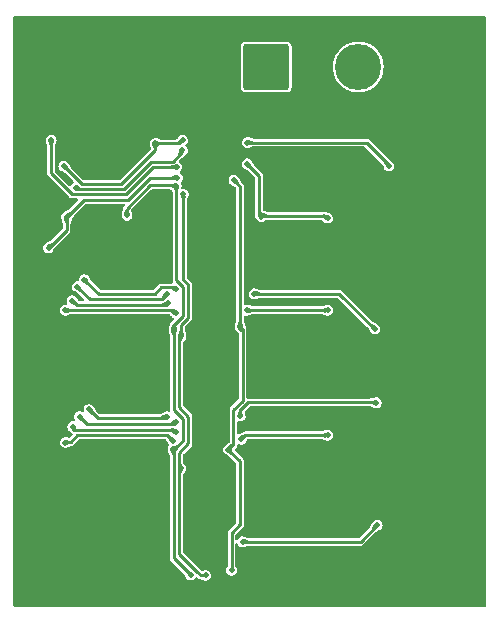
<source format=gbr>
%TF.GenerationSoftware,KiCad,Pcbnew,8.0.6*%
%TF.CreationDate,2024-11-22T22:30:10-05:00*%
%TF.ProjectId,EFUSE2024,45465553-4532-4303-9234-2e6b69636164,rev?*%
%TF.SameCoordinates,Original*%
%TF.FileFunction,Copper,L2,Bot*%
%TF.FilePolarity,Positive*%
%FSLAX46Y46*%
G04 Gerber Fmt 4.6, Leading zero omitted, Abs format (unit mm)*
G04 Created by KiCad (PCBNEW 8.0.6) date 2024-11-22 22:30:10*
%MOMM*%
%LPD*%
G01*
G04 APERTURE LIST*
G04 Aperture macros list*
%AMRoundRect*
0 Rectangle with rounded corners*
0 $1 Rounding radius*
0 $2 $3 $4 $5 $6 $7 $8 $9 X,Y pos of 4 corners*
0 Add a 4 corners polygon primitive as box body*
4,1,4,$2,$3,$4,$5,$6,$7,$8,$9,$2,$3,0*
0 Add four circle primitives for the rounded corners*
1,1,$1+$1,$2,$3*
1,1,$1+$1,$4,$5*
1,1,$1+$1,$6,$7*
1,1,$1+$1,$8,$9*
0 Add four rect primitives between the rounded corners*
20,1,$1+$1,$2,$3,$4,$5,0*
20,1,$1+$1,$4,$5,$6,$7,0*
20,1,$1+$1,$6,$7,$8,$9,0*
20,1,$1+$1,$8,$9,$2,$3,0*%
G04 Aperture macros list end*
%TA.AperFunction,ComponentPad*%
%ADD10RoundRect,0.250002X-1.699998X-1.699998X1.699998X-1.699998X1.699998X1.699998X-1.699998X1.699998X0*%
%TD*%
%TA.AperFunction,ComponentPad*%
%ADD11C,3.900000*%
%TD*%
%TA.AperFunction,ComponentPad*%
%ADD12C,0.300000*%
%TD*%
%TA.AperFunction,ViaPad*%
%ADD13C,0.500000*%
%TD*%
%TA.AperFunction,Conductor*%
%ADD14C,0.250000*%
%TD*%
G04 APERTURE END LIST*
D10*
%TO.P,J1,1,Pin_1*%
%TO.N,Net-(J1-Pin_1)*%
X113400000Y-73800000D03*
D11*
%TO.P,J1,2,Pin_2*%
%TO.N,Net-(J1-Pin_2)*%
X121200000Y-73800000D03*
%TO.P,J1,3,Pin_3*%
%TO.N,GND*%
X129000000Y-73800000D03*
%TD*%
D12*
%TO.P,U7,11,MODE*%
%TO.N,GND*%
X107900000Y-80500000D03*
X109000000Y-79400000D03*
X109000000Y-80500000D03*
X109000000Y-81600000D03*
X110100000Y-80500000D03*
%TD*%
%TO.P,U2,11,MODE*%
%TO.N,GND*%
X107487500Y-103762500D03*
X108587500Y-102662500D03*
X108587500Y-103762500D03*
X108587500Y-104862500D03*
X109687500Y-103762500D03*
%TD*%
%TO.P,U3,11,MODE*%
%TO.N,GND*%
X107487500Y-114250000D03*
X108587500Y-113150000D03*
X108587500Y-114250000D03*
X108587500Y-115350000D03*
X109687500Y-114250000D03*
%TD*%
%TO.P,U1,11,MODE*%
%TO.N,GND*%
X107587500Y-93150000D03*
X108687500Y-92050000D03*
X108687500Y-93150000D03*
X108687500Y-94250000D03*
X109787500Y-93150000D03*
%TD*%
D13*
%TO.N,Net-(J1-Pin_2)*%
X105840000Y-82270000D03*
X95200000Y-80000000D03*
X105060000Y-93825000D03*
X105740000Y-104720000D03*
X97025000Y-104258173D03*
X96960000Y-93590000D03*
%TO.N,GND*%
X128340000Y-97590000D03*
X95720000Y-78390000D03*
X109600000Y-86200000D03*
X130800000Y-98400000D03*
X130800000Y-88400000D03*
X128340000Y-108360000D03*
X128340000Y-88360000D03*
X98800000Y-72400000D03*
X110760000Y-98240000D03*
X116800000Y-82200000D03*
X96800000Y-72400000D03*
X98800000Y-73400000D03*
X118070000Y-117030000D03*
X95700000Y-79170000D03*
X110600000Y-108600000D03*
X129440000Y-116960000D03*
X97800000Y-72400000D03*
X97800000Y-73400000D03*
X129570000Y-107930000D03*
X97800000Y-74200000D03*
X101470000Y-99220000D03*
X130830000Y-87530000D03*
X109990000Y-97740000D03*
X110200000Y-86800000D03*
X128340000Y-107590000D03*
X129570000Y-97930000D03*
X128210000Y-116620000D03*
X95000000Y-79200000D03*
X118850000Y-117560000D03*
X116400000Y-81400000D03*
X101990000Y-99910000D03*
X130700000Y-116560000D03*
X130670000Y-117430000D03*
X103800000Y-86840000D03*
X130830000Y-107530000D03*
X129570000Y-87930000D03*
X97800000Y-71400000D03*
X98800000Y-74200000D03*
X109800000Y-108000000D03*
X95050000Y-78370000D03*
X98800000Y-71400000D03*
X130830000Y-97530000D03*
X107800000Y-88800000D03*
X128210000Y-117390000D03*
X107000000Y-88200000D03*
X103220000Y-86120000D03*
X130800000Y-108400000D03*
X96800000Y-73400000D03*
X128340000Y-87590000D03*
X96800000Y-71400000D03*
X128340000Y-98360000D03*
X112200000Y-88200000D03*
X112800000Y-88800000D03*
X96800000Y-74200000D03*
%TO.N,Net-(U1-dVdT)*%
X106175000Y-107800000D03*
X106200000Y-96600000D03*
X108270000Y-116860000D03*
X106400000Y-84600000D03*
%TO.N,Net-(U1-UVLO)*%
X96400000Y-105600000D03*
X105760000Y-94640000D03*
X105890000Y-83180000D03*
X96510000Y-86529000D03*
X94975000Y-89134835D03*
X96400000Y-94400000D03*
X105510000Y-105480000D03*
%TO.N,Net-(U1-OVP)*%
X105795420Y-83873583D03*
X107000000Y-116800000D03*
X105514555Y-106179987D03*
X101630000Y-86370000D03*
X105600000Y-96000000D03*
%TO.N,Net-(U1-IMON)*%
X111800000Y-82000000D03*
X118600000Y-104990000D03*
X111300000Y-105320000D03*
X113000000Y-86400000D03*
X118600000Y-86600000D03*
X118600000Y-94400000D03*
X111800000Y-94400000D03*
%TO.N,Net-(U7-PGOOD)*%
X123800000Y-82200000D03*
X111800000Y-80200000D03*
%TO.N,Net-(U1-~{SHDN})*%
X110200000Y-106200000D03*
X110470000Y-116420000D03*
X111200000Y-95800000D03*
X110675000Y-83400000D03*
%TO.N,Net-(U1-PGOOD)*%
X112400000Y-93000000D03*
X122600000Y-96000000D03*
%TO.N,Net-(U1-DRV)*%
X106312287Y-80872556D03*
X97400000Y-92400000D03*
X97281828Y-84025001D03*
X105800000Y-103830000D03*
X104980000Y-93040000D03*
X97600000Y-103400000D03*
%TO.N,Net-(U1-B_GATE)*%
X96267500Y-82197500D03*
X105760000Y-92640000D03*
X105000000Y-103425000D03*
X104000000Y-80275000D03*
X98000000Y-91800000D03*
X98400000Y-102800000D03*
X106320000Y-80000000D03*
%TO.N,Net-(U2-PGOOD)*%
X122730000Y-102230000D03*
X111210000Y-103370000D03*
%TO.N,Net-(U3-PGOOD)*%
X111400000Y-114000000D03*
X122800000Y-112590000D03*
%TD*%
D14*
%TO.N,Net-(J1-Pin_2)*%
X97000000Y-104400000D02*
X97100000Y-104500000D01*
X101516826Y-84600000D02*
X97000000Y-84600000D01*
X97100000Y-104500000D02*
X105520000Y-104500000D01*
X105060000Y-93825000D02*
X104960000Y-93925000D01*
X105520000Y-104500000D02*
X105740000Y-104720000D01*
X95200000Y-82800000D02*
X95200000Y-80000000D01*
X105840000Y-82270000D02*
X103846826Y-82270000D01*
X97000000Y-84600000D02*
X95200000Y-82800000D01*
X97375000Y-93925000D02*
X97000000Y-93550000D01*
X103846826Y-82270000D02*
X101516826Y-84600000D01*
X104960000Y-93925000D02*
X97375000Y-93925000D01*
%TO.N,Net-(U1-dVdT)*%
X106785000Y-92215431D02*
X106785000Y-95064569D01*
X107860000Y-116860000D02*
X108270000Y-116860000D01*
X106050000Y-107675000D02*
X106050000Y-106457715D01*
X107225000Y-116225000D02*
X107238173Y-116225000D01*
X107575000Y-116575000D02*
X107860000Y-116860000D01*
X106175000Y-107800000D02*
X106050000Y-107925000D01*
X106825000Y-105682715D02*
X106825000Y-103405431D01*
X107238173Y-116225000D02*
X107575000Y-116561827D01*
X106050000Y-102630431D02*
X106050000Y-96750000D01*
X106825000Y-103405431D02*
X106050000Y-102630431D01*
X107575000Y-116561827D02*
X107575000Y-116575000D01*
X106400000Y-91830431D02*
X106785000Y-92215431D01*
X106050000Y-115050000D02*
X107225000Y-116225000D01*
X106785000Y-95064569D02*
X106200000Y-95649569D01*
X106175000Y-107800000D02*
X106050000Y-107675000D01*
X106050000Y-107925000D02*
X106050000Y-115050000D01*
X106400000Y-84600000D02*
X106400000Y-91830431D01*
X106050000Y-96750000D02*
X106200000Y-96600000D01*
X106050000Y-106457715D02*
X106825000Y-105682715D01*
X106200000Y-95649569D02*
X106200000Y-96600000D01*
%TO.N,Net-(U1-UVLO)*%
X97400000Y-105000000D02*
X105030000Y-105000000D01*
X105890000Y-83180000D02*
X103573222Y-83180000D01*
X94975000Y-89134835D02*
X96510000Y-87599835D01*
X105760000Y-94640000D02*
X105520000Y-94400000D01*
X96360000Y-105560000D02*
X96840000Y-105560000D01*
X96840000Y-105560000D02*
X97400000Y-105000000D01*
X103573222Y-83180000D02*
X101703222Y-85050000D01*
X96510000Y-87599835D02*
X96510000Y-86529000D01*
X105030000Y-105000000D02*
X105510000Y-105480000D01*
X105520000Y-94400000D02*
X96600000Y-94400000D01*
X97989000Y-85050000D02*
X96510000Y-86529000D01*
X101703222Y-85050000D02*
X97989000Y-85050000D01*
%TO.N,Net-(U1-OVP)*%
X106375000Y-105428173D02*
X106375000Y-103591827D01*
X105795420Y-83873583D02*
X105800000Y-83878163D01*
X105600000Y-106200000D02*
X105745000Y-106055000D01*
X101600000Y-85800000D02*
X101600000Y-86400000D01*
X105748173Y-106055000D02*
X106375000Y-105428173D01*
X103560000Y-83840000D02*
X101600000Y-85800000D01*
X105795420Y-83873583D02*
X105761837Y-83840000D01*
X106335000Y-92401827D02*
X106335000Y-94878173D01*
X105600000Y-96000000D02*
X105600000Y-102816827D01*
X105761837Y-83840000D02*
X103560000Y-83840000D01*
X105600000Y-115400000D02*
X105600000Y-106200000D01*
X105800000Y-91866827D02*
X106335000Y-92401827D01*
X106335000Y-94878173D02*
X105600000Y-95613173D01*
X105745000Y-106055000D02*
X105748173Y-106055000D01*
X105600000Y-95613173D02*
X105600000Y-96000000D01*
X107000000Y-116800000D02*
X105600000Y-115400000D01*
X105800000Y-83878163D02*
X105800000Y-91866827D01*
X106375000Y-103591827D02*
X105600000Y-102816827D01*
%TO.N,Net-(U1-IMON)*%
X112800000Y-83000000D02*
X111800000Y-82000000D01*
X113000000Y-86600000D02*
X112800000Y-86400000D01*
X118400000Y-86400000D02*
X113000000Y-86400000D01*
X112800000Y-86400000D02*
X112800000Y-83000000D01*
X118600000Y-104990000D02*
X111630000Y-104990000D01*
X111630000Y-104990000D02*
X111300000Y-105320000D01*
X118600000Y-94400000D02*
X111800000Y-94400000D01*
X118600000Y-86600000D02*
X118400000Y-86400000D01*
%TO.N,Net-(U7-PGOOD)*%
X121900000Y-80200000D02*
X111800000Y-80200000D01*
X123900000Y-82200000D02*
X121900000Y-80200000D01*
%TO.N,Net-(U1-~{SHDN})*%
X110635000Y-102828604D02*
X110635000Y-105765000D01*
X110635000Y-105765000D02*
X110200000Y-106200000D01*
X111200000Y-112527500D02*
X111200000Y-107200000D01*
X111200000Y-83925000D02*
X111200000Y-95800000D01*
X110470000Y-113257500D02*
X111200000Y-112527500D01*
X111200000Y-95800000D02*
X111400000Y-96000000D01*
X110675000Y-83400000D02*
X111200000Y-83925000D01*
X110470000Y-116420000D02*
X110470000Y-113257500D01*
X111200000Y-107200000D02*
X110200000Y-106200000D01*
X111400000Y-96000000D02*
X111400000Y-102063604D01*
X111400000Y-102063604D02*
X110635000Y-102828604D01*
%TO.N,Net-(U1-PGOOD)*%
X119600000Y-93000000D02*
X122600000Y-96000000D01*
X112400000Y-93000000D02*
X119600000Y-93000000D01*
%TO.N,Net-(U1-DRV)*%
X98200000Y-104000000D02*
X105630000Y-104000000D01*
X101330430Y-84150000D02*
X97406827Y-84150000D01*
X104545000Y-93475000D02*
X104980000Y-93040000D01*
X103660430Y-81820000D02*
X101330430Y-84150000D01*
X97400000Y-92400000D02*
X98475000Y-93475000D01*
X97600000Y-103400000D02*
X98200000Y-104000000D01*
X105630000Y-104000000D02*
X105800000Y-103830000D01*
X106312287Y-80872556D02*
X106312287Y-80984540D01*
X97406827Y-84150000D02*
X97281828Y-84025001D01*
X106312287Y-80984540D02*
X105476827Y-81820000D01*
X105476827Y-81820000D02*
X103660430Y-81820000D01*
X98475000Y-93475000D02*
X104545000Y-93475000D01*
%TO.N,Net-(U1-B_GATE)*%
X96267500Y-82197500D02*
X97770000Y-83700000D01*
X105725000Y-92465000D02*
X105770000Y-92510000D01*
X99225000Y-93025000D02*
X103975000Y-93025000D01*
X106045000Y-80275000D02*
X106320000Y-80000000D01*
X103975000Y-93025000D02*
X104535000Y-92465000D01*
X104900000Y-103525000D02*
X99125000Y-103525000D01*
X104000000Y-80844034D02*
X104000000Y-80275000D01*
X105000000Y-103425000D02*
X104900000Y-103525000D01*
X98000000Y-91800000D02*
X99225000Y-93025000D01*
X104000000Y-80275000D02*
X106045000Y-80275000D01*
X104535000Y-92465000D02*
X105725000Y-92465000D01*
X101144034Y-83700000D02*
X104000000Y-80844034D01*
X97770000Y-83700000D02*
X101144034Y-83700000D01*
X99125000Y-103525000D02*
X98400000Y-102800000D01*
%TO.N,Net-(U2-PGOOD)*%
X111900000Y-102200000D02*
X111210000Y-102890000D01*
X111210000Y-102890000D02*
X111210000Y-103370000D01*
X122700000Y-102200000D02*
X111900000Y-102200000D01*
%TO.N,Net-(U3-PGOOD)*%
X121400000Y-114000000D02*
X122800000Y-112600000D01*
X111400000Y-114000000D02*
X121400000Y-114000000D01*
%TD*%
%TA.AperFunction,Conductor*%
%TO.N,Net-(J1-Pin_2)*%
G36*
X105345403Y-104378226D02*
G01*
X105822177Y-104485980D01*
X105829491Y-104491146D01*
X105831010Y-104499971D01*
X105830424Y-104501829D01*
X105741897Y-104717809D01*
X105739321Y-104721668D01*
X105572173Y-104887877D01*
X105563890Y-104891281D01*
X105555627Y-104887831D01*
X105555026Y-104887179D01*
X105333929Y-104628282D01*
X105331126Y-104620684D01*
X105331126Y-104389639D01*
X105334553Y-104381366D01*
X105342826Y-104377939D01*
X105345403Y-104378226D01*
G37*
%TD.AperFunction*%
%TD*%
%TA.AperFunction,Conductor*%
%TO.N,Net-(U1-DRV)*%
G36*
X104758434Y-92948183D02*
G01*
X104976175Y-93037435D01*
X104982531Y-93043744D01*
X104982564Y-93043824D01*
X105071815Y-93261564D01*
X105071782Y-93270518D01*
X105066894Y-93276101D01*
X104722629Y-93477385D01*
X104713758Y-93478603D01*
X104708451Y-93475558D01*
X104544441Y-93311548D01*
X104541014Y-93303275D01*
X104542612Y-93297374D01*
X104743899Y-92953103D01*
X104751032Y-92947692D01*
X104758434Y-92948183D01*
G37*
%TD.AperFunction*%
%TD*%
%TA.AperFunction,Conductor*%
%TO.N,Net-(U2-PGOOD)*%
G36*
X111149295Y-102801011D02*
G01*
X111310884Y-102962600D01*
X111313420Y-102966396D01*
X111436499Y-103263535D01*
X111436499Y-103272489D01*
X111430184Y-103278815D01*
X111213800Y-103368831D01*
X111204845Y-103368844D01*
X111204789Y-103368821D01*
X111042442Y-103300870D01*
X110988941Y-103278477D01*
X110982633Y-103272122D01*
X110982322Y-103264102D01*
X111129886Y-102805697D01*
X111135682Y-102798874D01*
X111144607Y-102798147D01*
X111149295Y-102801011D01*
G37*
%TD.AperFunction*%
%TD*%
%TA.AperFunction,Conductor*%
%TO.N,Net-(U1-UVLO)*%
G36*
X95246548Y-88699276D02*
G01*
X95410558Y-88863286D01*
X95413985Y-88871559D01*
X95412385Y-88877464D01*
X95211101Y-89221729D01*
X95203967Y-89227142D01*
X95196564Y-89226650D01*
X94978824Y-89137399D01*
X94972468Y-89131090D01*
X94972435Y-89131010D01*
X94883184Y-88913270D01*
X94883217Y-88904316D01*
X94888103Y-88898734D01*
X95232373Y-88697448D01*
X95241241Y-88696231D01*
X95246548Y-88699276D01*
G37*
%TD.AperFunction*%
%TD*%
%TA.AperFunction,Conductor*%
%TO.N,Net-(U1-dVdT)*%
G36*
X106203393Y-96602412D02*
G01*
X106369627Y-96769586D01*
X106373031Y-96777869D01*
X106370677Y-96784875D01*
X106248337Y-96947301D01*
X106183813Y-97032969D01*
X106178511Y-97040008D01*
X106170796Y-97044555D01*
X106169165Y-97044669D01*
X105937377Y-97044669D01*
X105929104Y-97041242D01*
X105925677Y-97032969D01*
X105925695Y-97032312D01*
X105940061Y-96776777D01*
X105949381Y-96610996D01*
X105953267Y-96602931D01*
X105961013Y-96599955D01*
X106195108Y-96599019D01*
X106203393Y-96602412D01*
G37*
%TD.AperFunction*%
%TD*%
%TA.AperFunction,Conductor*%
%TO.N,Net-(J1-Pin_2)*%
G36*
X95421591Y-80091745D02*
G01*
X95427900Y-80098101D01*
X95428392Y-80105504D01*
X95327289Y-80491266D01*
X95321876Y-80498400D01*
X95315971Y-80500000D01*
X95084029Y-80500000D01*
X95075756Y-80496573D01*
X95072711Y-80491266D01*
X94971607Y-80105504D01*
X94972825Y-80096633D01*
X94978406Y-80091746D01*
X95195484Y-80000889D01*
X95204437Y-80000857D01*
X95421591Y-80091745D01*
G37*
%TD.AperFunction*%
%TD*%
%TA.AperFunction,Conductor*%
%TO.N,Net-(U1-IMON)*%
G36*
X118196604Y-86277474D02*
G01*
X118590409Y-86348275D01*
X118597945Y-86353111D01*
X118600038Y-86359743D01*
X118600980Y-86595107D01*
X118597586Y-86603394D01*
X118597530Y-86603450D01*
X118431689Y-86768357D01*
X118423406Y-86771761D01*
X118415143Y-86768311D01*
X118414977Y-86768140D01*
X118186080Y-86528391D01*
X118182842Y-86520312D01*
X118182842Y-86288990D01*
X118186269Y-86280717D01*
X118194542Y-86277290D01*
X118196604Y-86277474D01*
G37*
%TD.AperFunction*%
%TD*%
%TA.AperFunction,Conductor*%
%TO.N,Net-(U1-IMON)*%
G36*
X112291267Y-94272711D02*
G01*
X112298400Y-94278123D01*
X112300000Y-94284028D01*
X112300000Y-94515971D01*
X112296573Y-94524244D01*
X112291266Y-94527289D01*
X111905504Y-94628392D01*
X111896633Y-94627174D01*
X111891745Y-94621591D01*
X111800889Y-94404515D01*
X111800857Y-94395563D01*
X111891746Y-94178406D01*
X111898101Y-94172099D01*
X111905504Y-94171607D01*
X112291267Y-94272711D01*
G37*
%TD.AperFunction*%
%TD*%
%TA.AperFunction,Conductor*%
%TO.N,Net-(U1-OVP)*%
G36*
X105821591Y-96091745D02*
G01*
X105827900Y-96098101D01*
X105828392Y-96105504D01*
X105727289Y-96491266D01*
X105721876Y-96498400D01*
X105715971Y-96500000D01*
X105484029Y-96500000D01*
X105475756Y-96496573D01*
X105472711Y-96491266D01*
X105371607Y-96105504D01*
X105372825Y-96096633D01*
X105378406Y-96091746D01*
X105595484Y-96000889D01*
X105604437Y-96000857D01*
X105821591Y-96091745D01*
G37*
%TD.AperFunction*%
%TD*%
%TA.AperFunction,Conductor*%
%TO.N,Net-(U1-dVdT)*%
G36*
X106177188Y-107799915D02*
G01*
X106393207Y-107890329D01*
X106399515Y-107896684D01*
X106399482Y-107905638D01*
X106398581Y-107907369D01*
X106178443Y-108255921D01*
X106171128Y-108261086D01*
X106168551Y-108261373D01*
X105937200Y-108261373D01*
X105928927Y-108257946D01*
X105925500Y-108249673D01*
X105925500Y-107811651D01*
X105928927Y-107803378D01*
X105937152Y-107799951D01*
X106172627Y-107799009D01*
X106177188Y-107799915D01*
G37*
%TD.AperFunction*%
%TD*%
%TA.AperFunction,Conductor*%
%TO.N,Net-(U1-DRV)*%
G36*
X97387466Y-83800518D02*
G01*
X97389197Y-83801419D01*
X97447524Y-83838257D01*
X97449549Y-83839876D01*
X97570138Y-83960465D01*
X97570139Y-83960466D01*
X97570141Y-83960467D01*
X97644358Y-84003317D01*
X97644362Y-84003319D01*
X97709649Y-84020811D01*
X97727144Y-84025499D01*
X97727146Y-84025500D01*
X97731502Y-84025500D01*
X97739775Y-84028927D01*
X97743202Y-84037200D01*
X97743202Y-84262800D01*
X97739775Y-84271073D01*
X97731502Y-84274500D01*
X97293479Y-84274500D01*
X97285206Y-84271073D01*
X97281779Y-84262847D01*
X97281779Y-84262800D01*
X97280837Y-84027372D01*
X97281743Y-84022813D01*
X97372157Y-83806792D01*
X97378512Y-83800485D01*
X97387466Y-83800518D01*
G37*
%TD.AperFunction*%
%TD*%
%TA.AperFunction,Conductor*%
%TO.N,GND*%
G36*
X131959191Y-69518907D02*
G01*
X131995155Y-69568407D01*
X132000000Y-69599000D01*
X132000000Y-119401000D01*
X131981093Y-119459191D01*
X131931593Y-119495155D01*
X131901000Y-119500000D01*
X92099000Y-119500000D01*
X92040809Y-119481093D01*
X92004845Y-119431593D01*
X92000000Y-119401000D01*
X92000000Y-89134832D01*
X94519867Y-89134832D01*
X94519867Y-89134837D01*
X94538302Y-89263060D01*
X94566795Y-89325449D01*
X94592118Y-89380898D01*
X94676951Y-89478802D01*
X94676952Y-89478803D01*
X94785926Y-89548836D01*
X94785931Y-89548839D01*
X94910228Y-89585335D01*
X94910230Y-89585335D01*
X95039770Y-89585335D01*
X95039772Y-89585335D01*
X95164069Y-89548839D01*
X95273049Y-89478802D01*
X95357882Y-89380898D01*
X95371419Y-89351253D01*
X95387405Y-89326690D01*
X95388504Y-89325452D01*
X95584496Y-88990238D01*
X95599949Y-88970211D01*
X96709859Y-87860301D01*
X96709862Y-87860300D01*
X96770465Y-87799697D01*
X96791891Y-87762585D01*
X96813318Y-87725474D01*
X96835500Y-87642688D01*
X96835500Y-87556982D01*
X96835500Y-87087317D01*
X96838734Y-87062218D01*
X96841806Y-87050499D01*
X96929161Y-86717188D01*
X96939463Y-86692320D01*
X96959982Y-86657226D01*
X97119496Y-86384401D01*
X97134953Y-86364373D01*
X98094832Y-85404496D01*
X98149348Y-85376719D01*
X98164835Y-85375500D01*
X101325166Y-85375500D01*
X101383357Y-85394407D01*
X101419321Y-85443907D01*
X101419321Y-85505093D01*
X101395171Y-85544501D01*
X101339535Y-85600138D01*
X101339532Y-85600141D01*
X101339531Y-85600142D01*
X101296683Y-85674356D01*
X101274500Y-85757148D01*
X101274500Y-85821738D01*
X101271599Y-85841745D01*
X101272291Y-85841878D01*
X101199149Y-86222232D01*
X101195095Y-86234925D01*
X101195296Y-86234984D01*
X101193302Y-86241773D01*
X101187442Y-86282530D01*
X101186669Y-86287131D01*
X101180862Y-86317330D01*
X101180860Y-86317341D01*
X101178136Y-86336181D01*
X101177922Y-86338384D01*
X101176850Y-86351974D01*
X101176666Y-86351959D01*
X101176242Y-86360429D01*
X101174867Y-86369996D01*
X101174867Y-86370002D01*
X101193302Y-86498225D01*
X101207357Y-86529000D01*
X101247118Y-86616063D01*
X101304209Y-86681950D01*
X101331952Y-86713968D01*
X101397567Y-86756136D01*
X101440931Y-86784004D01*
X101565228Y-86820500D01*
X101565230Y-86820500D01*
X101694770Y-86820500D01*
X101694772Y-86820500D01*
X101819069Y-86784004D01*
X101928049Y-86713967D01*
X102012882Y-86616063D01*
X102066697Y-86498226D01*
X102074659Y-86442851D01*
X102085133Y-86370002D01*
X102085133Y-86369997D01*
X102066698Y-86241778D01*
X102066697Y-86241776D01*
X102066697Y-86241774D01*
X102060273Y-86227708D01*
X102052194Y-86199654D01*
X102051920Y-86197599D01*
X102051920Y-86197597D01*
X102009427Y-86073101D01*
X101993878Y-86027546D01*
X101993878Y-86027545D01*
X101972807Y-85965815D01*
X101971903Y-85904636D01*
X101996493Y-85863832D01*
X103665830Y-84194496D01*
X103720347Y-84166719D01*
X103735834Y-84165500D01*
X105235975Y-84165500D01*
X105268758Y-84171086D01*
X105372379Y-84207451D01*
X105421026Y-84244561D01*
X105435076Y-84274700D01*
X105470980Y-84405720D01*
X105474500Y-84431885D01*
X105474500Y-91823974D01*
X105474500Y-91909680D01*
X105482448Y-91939342D01*
X105496683Y-91992471D01*
X105499166Y-91998464D01*
X105497561Y-91999128D01*
X105508557Y-92050844D01*
X105483673Y-92106740D01*
X105430687Y-92137336D01*
X105410099Y-92139500D01*
X105392563Y-92139500D01*
X105381076Y-92138831D01*
X105368934Y-92137412D01*
X105356952Y-92136366D01*
X105355624Y-92136290D01*
X105355616Y-92136286D01*
X105355609Y-92136289D01*
X105355257Y-92136268D01*
X105355255Y-92136268D01*
X105344472Y-92138101D01*
X105327888Y-92139500D01*
X104583932Y-92139500D01*
X104583916Y-92139499D01*
X104577853Y-92139499D01*
X104492147Y-92139499D01*
X104492144Y-92139499D01*
X104414456Y-92160317D01*
X104410722Y-92161317D01*
X104409357Y-92161683D01*
X104335138Y-92204534D01*
X104274534Y-92265137D01*
X104274535Y-92265138D01*
X103869169Y-92670504D01*
X103814652Y-92698281D01*
X103799165Y-92699500D01*
X99400834Y-92699500D01*
X99342643Y-92680593D01*
X99330830Y-92670504D01*
X98624952Y-91964625D01*
X98609492Y-91944590D01*
X98413504Y-91609382D01*
X98413503Y-91609381D01*
X98409953Y-91605083D01*
X98396229Y-91583163D01*
X98395509Y-91581588D01*
X98382882Y-91553937D01*
X98298049Y-91456033D01*
X98298048Y-91456032D01*
X98298047Y-91456031D01*
X98189073Y-91385998D01*
X98189070Y-91385996D01*
X98189069Y-91385996D01*
X98189066Y-91385995D01*
X98064774Y-91349500D01*
X98064772Y-91349500D01*
X97935228Y-91349500D01*
X97935225Y-91349500D01*
X97810933Y-91385995D01*
X97810926Y-91385998D01*
X97701952Y-91456031D01*
X97617117Y-91553938D01*
X97563302Y-91671774D01*
X97544867Y-91799997D01*
X97544867Y-91800001D01*
X97550102Y-91836410D01*
X97539669Y-91896699D01*
X97495791Y-91939342D01*
X97452110Y-91949500D01*
X97335225Y-91949500D01*
X97210933Y-91985995D01*
X97210926Y-91985998D01*
X97101952Y-92056031D01*
X97017117Y-92153938D01*
X96963302Y-92271774D01*
X96944867Y-92399997D01*
X96944867Y-92400002D01*
X96963302Y-92528225D01*
X96989686Y-92585996D01*
X97017118Y-92646063D01*
X97063421Y-92699500D01*
X97101952Y-92743968D01*
X97201021Y-92807635D01*
X97205607Y-92810767D01*
X97209377Y-92813500D01*
X97209382Y-92813504D01*
X97528359Y-93000002D01*
X97544592Y-93009493D01*
X97564627Y-93024953D01*
X97970170Y-93430496D01*
X97997947Y-93485013D01*
X97988376Y-93545445D01*
X97945111Y-93588710D01*
X97900166Y-93599500D01*
X97584039Y-93599500D01*
X97525848Y-93580593D01*
X97505008Y-93560124D01*
X97350617Y-93355460D01*
X97346381Y-93349382D01*
X97342883Y-93343939D01*
X97342882Y-93343938D01*
X97342882Y-93343937D01*
X97337666Y-93337918D01*
X97333469Y-93332728D01*
X97308901Y-93300160D01*
X97306619Y-93297338D01*
X97300186Y-93289382D01*
X97299216Y-93288263D01*
X97299207Y-93288252D01*
X97299157Y-93288195D01*
X97297590Y-93286408D01*
X97295119Y-93284640D01*
X97277922Y-93268968D01*
X97258049Y-93246033D01*
X97228394Y-93226975D01*
X97149073Y-93175998D01*
X97149070Y-93175996D01*
X97149069Y-93175996D01*
X97149066Y-93175995D01*
X97024774Y-93139500D01*
X97024772Y-93139500D01*
X96895228Y-93139500D01*
X96895225Y-93139500D01*
X96770933Y-93175995D01*
X96770926Y-93175998D01*
X96661952Y-93246031D01*
X96577117Y-93343938D01*
X96523302Y-93461774D01*
X96504867Y-93589997D01*
X96504867Y-93590002D01*
X96523302Y-93718225D01*
X96565141Y-93809838D01*
X96572116Y-93870625D01*
X96542030Y-93923902D01*
X96486374Y-93949320D01*
X96471852Y-93949112D01*
X96471852Y-93949500D01*
X96335225Y-93949500D01*
X96210933Y-93985995D01*
X96210926Y-93985998D01*
X96101952Y-94056031D01*
X96017117Y-94153938D01*
X95963302Y-94271774D01*
X95944867Y-94399997D01*
X95944867Y-94400002D01*
X95963302Y-94528225D01*
X96017117Y-94646061D01*
X96017118Y-94646063D01*
X96086448Y-94726075D01*
X96101952Y-94743968D01*
X96125498Y-94759100D01*
X96210931Y-94814004D01*
X96335228Y-94850500D01*
X96335230Y-94850500D01*
X96464771Y-94850500D01*
X96464772Y-94850500D01*
X96464773Y-94850499D01*
X96464777Y-94850499D01*
X96507096Y-94838072D01*
X96529994Y-94831348D01*
X96551955Y-94827516D01*
X96557603Y-94827178D01*
X96889190Y-94740273D01*
X96933220Y-94728734D01*
X96958319Y-94725500D01*
X105205380Y-94725500D01*
X105263571Y-94744407D01*
X105283932Y-94764245D01*
X105373284Y-94880730D01*
X105376669Y-94885546D01*
X105377422Y-94886415D01*
X105381146Y-94890981D01*
X105399421Y-94914805D01*
X105412070Y-94931294D01*
X105417126Y-94937466D01*
X105420399Y-94941461D01*
X105420407Y-94941470D01*
X105420411Y-94941475D01*
X105421398Y-94942604D01*
X105422497Y-94943850D01*
X105425208Y-94945785D01*
X105442510Y-94961530D01*
X105461951Y-94983967D01*
X105461953Y-94983968D01*
X105545449Y-95037628D01*
X105584180Y-95084994D01*
X105587674Y-95146079D01*
X105561930Y-95190915D01*
X105339535Y-95413310D01*
X105339531Y-95413315D01*
X105296682Y-95487533D01*
X105296681Y-95487533D01*
X105296682Y-95487534D01*
X105274500Y-95570320D01*
X105274500Y-95605368D01*
X105264598Y-95648525D01*
X105189463Y-95803640D01*
X105187110Y-95808668D01*
X105186831Y-95809287D01*
X105184556Y-95819768D01*
X105177865Y-95839886D01*
X105163303Y-95871774D01*
X105163301Y-95871780D01*
X105144867Y-95999997D01*
X105144867Y-96000002D01*
X105163302Y-96128225D01*
X105165137Y-96132243D01*
X105171391Y-96152950D01*
X105171588Y-96152899D01*
X105172820Y-96157603D01*
X105172821Y-96157604D01*
X105205057Y-96280602D01*
X105271266Y-96533220D01*
X105274500Y-96558319D01*
X105274500Y-102859679D01*
X105280177Y-102880867D01*
X105276974Y-102941968D01*
X105238468Y-102989518D01*
X105179368Y-103005353D01*
X105156660Y-103001479D01*
X105064777Y-102974501D01*
X105064773Y-102974500D01*
X105064772Y-102974500D01*
X104935228Y-102974500D01*
X104935225Y-102974500D01*
X104810931Y-103010995D01*
X104810926Y-103010998D01*
X104810290Y-103011407D01*
X104799798Y-103016917D01*
X104799799Y-103016918D01*
X104795521Y-103019221D01*
X104795521Y-103019222D01*
X104703886Y-103068578D01*
X104482795Y-103187661D01*
X104435849Y-103199500D01*
X99300834Y-103199500D01*
X99242643Y-103180593D01*
X99230830Y-103170504D01*
X99024954Y-102964628D01*
X99009494Y-102944593D01*
X98813504Y-102609382D01*
X98813503Y-102609381D01*
X98809953Y-102605083D01*
X98796229Y-102583163D01*
X98795509Y-102581588D01*
X98782882Y-102553937D01*
X98698049Y-102456033D01*
X98698048Y-102456032D01*
X98698047Y-102456031D01*
X98589073Y-102385998D01*
X98589070Y-102385996D01*
X98589069Y-102385996D01*
X98589066Y-102385995D01*
X98464774Y-102349500D01*
X98464772Y-102349500D01*
X98335228Y-102349500D01*
X98335225Y-102349500D01*
X98210933Y-102385995D01*
X98210926Y-102385998D01*
X98101952Y-102456031D01*
X98017117Y-102553938D01*
X97963302Y-102671774D01*
X97944867Y-102799997D01*
X97944867Y-102800004D01*
X97959341Y-102900678D01*
X97948908Y-102960967D01*
X97905029Y-103003609D01*
X97844467Y-103012316D01*
X97807826Y-102998050D01*
X97789073Y-102985998D01*
X97789070Y-102985996D01*
X97789069Y-102985996D01*
X97789066Y-102985995D01*
X97664774Y-102949500D01*
X97664772Y-102949500D01*
X97535228Y-102949500D01*
X97535225Y-102949500D01*
X97410933Y-102985995D01*
X97410926Y-102985998D01*
X97301952Y-103056031D01*
X97217117Y-103153938D01*
X97163302Y-103271774D01*
X97144867Y-103399997D01*
X97144867Y-103400002D01*
X97163302Y-103528225D01*
X97216863Y-103645504D01*
X97217118Y-103646063D01*
X97227604Y-103658165D01*
X97251421Y-103714524D01*
X97237562Y-103774119D01*
X97191321Y-103814187D01*
X97130360Y-103819422D01*
X97124893Y-103817985D01*
X97089774Y-103807673D01*
X97089772Y-103807673D01*
X96960228Y-103807673D01*
X96960225Y-103807673D01*
X96835933Y-103844168D01*
X96835926Y-103844171D01*
X96726952Y-103914204D01*
X96642117Y-104012111D01*
X96588302Y-104129947D01*
X96569867Y-104258170D01*
X96569867Y-104258175D01*
X96588302Y-104386398D01*
X96589604Y-104389248D01*
X96642118Y-104504236D01*
X96726951Y-104602140D01*
X96759584Y-104623112D01*
X96776064Y-104636391D01*
X96839535Y-104699862D01*
X96839534Y-104699862D01*
X96883610Y-104743937D01*
X96900138Y-104760465D01*
X96965328Y-104798102D01*
X97006268Y-104843571D01*
X97012664Y-104904421D01*
X96985830Y-104953842D01*
X96767401Y-105172270D01*
X96712885Y-105200047D01*
X96675694Y-105198858D01*
X96550315Y-105170685D01*
X96543659Y-105170231D01*
X96522505Y-105166451D01*
X96506793Y-105161838D01*
X96464774Y-105149500D01*
X96464772Y-105149500D01*
X96335228Y-105149500D01*
X96335225Y-105149500D01*
X96210933Y-105185995D01*
X96210926Y-105185998D01*
X96101952Y-105256031D01*
X96017117Y-105353938D01*
X95963302Y-105471774D01*
X95944867Y-105599997D01*
X95944867Y-105600002D01*
X95963302Y-105728225D01*
X96012531Y-105836020D01*
X96017118Y-105846063D01*
X96093248Y-105933923D01*
X96101952Y-105943968D01*
X96209669Y-106013193D01*
X96210931Y-106014004D01*
X96335228Y-106050500D01*
X96335230Y-106050500D01*
X96464770Y-106050500D01*
X96464772Y-106050500D01*
X96589069Y-106014004D01*
X96589072Y-106014001D01*
X96589252Y-106013949D01*
X96591126Y-106013193D01*
X96593698Y-106011991D01*
X96593703Y-106011990D01*
X96844493Y-105894807D01*
X96876594Y-105887678D01*
X96876419Y-105886347D01*
X96882850Y-105885500D01*
X96882853Y-105885500D01*
X96965639Y-105863318D01*
X96965641Y-105863316D01*
X96965643Y-105863316D01*
X97039857Y-105820468D01*
X97039857Y-105820467D01*
X97039862Y-105820465D01*
X97505830Y-105354495D01*
X97560347Y-105326719D01*
X97575834Y-105325500D01*
X104837917Y-105325500D01*
X104896108Y-105344407D01*
X104923380Y-105374530D01*
X105096495Y-105670617D01*
X105100048Y-105674918D01*
X105113768Y-105696833D01*
X105127116Y-105726060D01*
X105127118Y-105726064D01*
X105163274Y-105767790D01*
X105187092Y-105824149D01*
X105173233Y-105883745D01*
X105163276Y-105897450D01*
X105131673Y-105933923D01*
X105077857Y-106051761D01*
X105059422Y-106179984D01*
X105059422Y-106179989D01*
X105077856Y-106308208D01*
X105077858Y-106308213D01*
X105094592Y-106344857D01*
X105100144Y-106360282D01*
X105104871Y-106377868D01*
X105127971Y-106424611D01*
X105264254Y-106700382D01*
X105274500Y-106744243D01*
X105274500Y-115357147D01*
X105274500Y-115442853D01*
X105294062Y-115515863D01*
X105296683Y-115525643D01*
X105339531Y-115599857D01*
X105339532Y-115599858D01*
X105339533Y-115599859D01*
X105339535Y-115599862D01*
X106031447Y-116291774D01*
X106522440Y-116782767D01*
X106550217Y-116837284D01*
X106550428Y-116838682D01*
X106563302Y-116928225D01*
X106612755Y-117036510D01*
X106617118Y-117046063D01*
X106701951Y-117143967D01*
X106701952Y-117143968D01*
X106810926Y-117214001D01*
X106810931Y-117214004D01*
X106935228Y-117250500D01*
X106935230Y-117250500D01*
X107064770Y-117250500D01*
X107064772Y-117250500D01*
X107189069Y-117214004D01*
X107298049Y-117143967D01*
X107382882Y-117046063D01*
X107387245Y-117036508D01*
X107428615Y-116991431D01*
X107488581Y-116979278D01*
X107544238Y-117004694D01*
X107547279Y-117007606D01*
X107660138Y-117120465D01*
X107660140Y-117120466D01*
X107660142Y-117120468D01*
X107734357Y-117163316D01*
X107734355Y-117163316D01*
X107734359Y-117163317D01*
X107734361Y-117163318D01*
X107817147Y-117185500D01*
X107902853Y-117185500D01*
X107914147Y-117185500D01*
X107967670Y-117201216D01*
X107987564Y-117214001D01*
X108080931Y-117274004D01*
X108205228Y-117310500D01*
X108205230Y-117310500D01*
X108334770Y-117310500D01*
X108334772Y-117310500D01*
X108459069Y-117274004D01*
X108568049Y-117203967D01*
X108652882Y-117106063D01*
X108706697Y-116988226D01*
X108719246Y-116900946D01*
X108725133Y-116860002D01*
X108725133Y-116859997D01*
X108706697Y-116731774D01*
X108676687Y-116666063D01*
X108652882Y-116613937D01*
X108568049Y-116516033D01*
X108568048Y-116516032D01*
X108568047Y-116516031D01*
X108459073Y-116445998D01*
X108459070Y-116445996D01*
X108459069Y-116445996D01*
X108459066Y-116445995D01*
X108334774Y-116409500D01*
X108334772Y-116409500D01*
X108205228Y-116409500D01*
X108205225Y-116409500D01*
X108080933Y-116445995D01*
X108080927Y-116445998D01*
X108041748Y-116471176D01*
X107982572Y-116486729D01*
X107925556Y-116464530D01*
X107918222Y-116457895D01*
X107862673Y-116402346D01*
X107846943Y-116381846D01*
X107835465Y-116361965D01*
X107835462Y-116361962D01*
X107774863Y-116301362D01*
X107438035Y-115964535D01*
X107438033Y-115964533D01*
X107418158Y-115953059D01*
X107397653Y-115937326D01*
X106404496Y-114944169D01*
X106376719Y-114889652D01*
X106375500Y-114874165D01*
X106375500Y-108357395D01*
X106390794Y-108304534D01*
X106539731Y-108068717D01*
X106548598Y-108056776D01*
X106557882Y-108046063D01*
X106565136Y-108030177D01*
X106571490Y-108018433D01*
X106572329Y-108017105D01*
X106580866Y-108002250D01*
X106581767Y-108000519D01*
X106584301Y-107995483D01*
X106585481Y-107990396D01*
X106591864Y-107971651D01*
X106611697Y-107928226D01*
X106630133Y-107800000D01*
X106611697Y-107671774D01*
X106580083Y-107602549D01*
X106577751Y-107596998D01*
X106572329Y-107582894D01*
X106571484Y-107581557D01*
X106565133Y-107569815D01*
X106557882Y-107553937D01*
X106548597Y-107543222D01*
X106539726Y-107531273D01*
X106390795Y-107295465D01*
X106375500Y-107242603D01*
X106375500Y-106633548D01*
X106394407Y-106575357D01*
X106404490Y-106563550D01*
X106768043Y-106199997D01*
X109744867Y-106199997D01*
X109744867Y-106200002D01*
X109763302Y-106328225D01*
X109779927Y-106364627D01*
X109817118Y-106446063D01*
X109901951Y-106543967D01*
X109901952Y-106543968D01*
X110001021Y-106607635D01*
X110005607Y-106610767D01*
X110009377Y-106613500D01*
X110009382Y-106613504D01*
X110344592Y-106809493D01*
X110364627Y-106824953D01*
X110845504Y-107305830D01*
X110873281Y-107360347D01*
X110874500Y-107375834D01*
X110874500Y-112351665D01*
X110855593Y-112409856D01*
X110845504Y-112421669D01*
X110209531Y-113057642D01*
X110166682Y-113131860D01*
X110166681Y-113131860D01*
X110166682Y-113131861D01*
X110144500Y-113214647D01*
X110144500Y-116070789D01*
X110125593Y-116128980D01*
X110120320Y-116135619D01*
X110087118Y-116173936D01*
X110087116Y-116173940D01*
X110033302Y-116291774D01*
X110014867Y-116419997D01*
X110014867Y-116420002D01*
X110033302Y-116548225D01*
X110063313Y-116613938D01*
X110087118Y-116666063D01*
X110144056Y-116731774D01*
X110171952Y-116763968D01*
X110280926Y-116834001D01*
X110280931Y-116834004D01*
X110405228Y-116870500D01*
X110405230Y-116870500D01*
X110534770Y-116870500D01*
X110534772Y-116870500D01*
X110659069Y-116834004D01*
X110768049Y-116763967D01*
X110852882Y-116666063D01*
X110906697Y-116548226D01*
X110921395Y-116445998D01*
X110925133Y-116420002D01*
X110925133Y-116419997D01*
X110906697Y-116291774D01*
X110852883Y-116173940D01*
X110852882Y-116173937D01*
X110819679Y-116135618D01*
X110795863Y-116079259D01*
X110795500Y-116070789D01*
X110795500Y-114215884D01*
X110814407Y-114157693D01*
X110863907Y-114121729D01*
X110925093Y-114121729D01*
X110974593Y-114157693D01*
X110984553Y-114174757D01*
X111017117Y-114246061D01*
X111017118Y-114246063D01*
X111086448Y-114326075D01*
X111101952Y-114343968D01*
X111210926Y-114414001D01*
X111210931Y-114414004D01*
X111335228Y-114450500D01*
X111335230Y-114450500D01*
X111464771Y-114450500D01*
X111464772Y-114450500D01*
X111464773Y-114450499D01*
X111464777Y-114450499D01*
X111507096Y-114438072D01*
X111529994Y-114431348D01*
X111551955Y-114427516D01*
X111557603Y-114427178D01*
X111889190Y-114340273D01*
X111933220Y-114328734D01*
X111958319Y-114325500D01*
X121442851Y-114325500D01*
X121442853Y-114325500D01*
X121525639Y-114303318D01*
X121525641Y-114303316D01*
X121525643Y-114303316D01*
X121599857Y-114260468D01*
X121599857Y-114260467D01*
X121599862Y-114260465D01*
X122642168Y-113218157D01*
X122660866Y-113203494D01*
X122993595Y-113001914D01*
X122993605Y-113001905D01*
X122996769Y-112999631D01*
X122996785Y-112999654D01*
X123003085Y-112994996D01*
X123098047Y-112933968D01*
X123098046Y-112933968D01*
X123098049Y-112933967D01*
X123182882Y-112836063D01*
X123236697Y-112718226D01*
X123242842Y-112675484D01*
X123255133Y-112590002D01*
X123255133Y-112589997D01*
X123236697Y-112461774D01*
X123218381Y-112421669D01*
X123182882Y-112343937D01*
X123098049Y-112246033D01*
X123098048Y-112246032D01*
X123098047Y-112246031D01*
X122989073Y-112175998D01*
X122989070Y-112175996D01*
X122989069Y-112175996D01*
X122989066Y-112175995D01*
X122864774Y-112139500D01*
X122864772Y-112139500D01*
X122735228Y-112139500D01*
X122735225Y-112139500D01*
X122610933Y-112175995D01*
X122610926Y-112175998D01*
X122501952Y-112246031D01*
X122417116Y-112343938D01*
X122402342Y-112376290D01*
X122387482Y-112399559D01*
X122384809Y-112402679D01*
X122384806Y-112402683D01*
X122196350Y-112738116D01*
X122180043Y-112759627D01*
X121294169Y-113645503D01*
X121239652Y-113673281D01*
X121224165Y-113674500D01*
X111958319Y-113674500D01*
X111933223Y-113671266D01*
X111557604Y-113572821D01*
X111557601Y-113572820D01*
X111557595Y-113572819D01*
X111547173Y-113571826D01*
X111528676Y-113568263D01*
X111464775Y-113549500D01*
X111464772Y-113549500D01*
X111335228Y-113549500D01*
X111335225Y-113549500D01*
X111210933Y-113585995D01*
X111210926Y-113585998D01*
X111101952Y-113656031D01*
X111017117Y-113753938D01*
X110984553Y-113825242D01*
X110943181Y-113870319D01*
X110883214Y-113882470D01*
X110827558Y-113857052D01*
X110797472Y-113803774D01*
X110795500Y-113784115D01*
X110795500Y-113433334D01*
X110814407Y-113375143D01*
X110824490Y-113363336D01*
X111460465Y-112727362D01*
X111503318Y-112653139D01*
X111525500Y-112570353D01*
X111525500Y-112484647D01*
X111525500Y-107250840D01*
X111525501Y-107250827D01*
X111525501Y-107157147D01*
X111525500Y-107157145D01*
X111503319Y-107074365D01*
X111503318Y-107074364D01*
X111503318Y-107074362D01*
X111460465Y-107000138D01*
X111399862Y-106939535D01*
X111399859Y-106939533D01*
X110824953Y-106364627D01*
X110809493Y-106344592D01*
X110754169Y-106249968D01*
X110741120Y-106190190D01*
X110754169Y-106150030D01*
X110809495Y-106055404D01*
X110824948Y-106035377D01*
X110895465Y-105964862D01*
X110903277Y-105951331D01*
X110938316Y-105890643D01*
X110938316Y-105890641D01*
X110938318Y-105890639D01*
X110960500Y-105807853D01*
X110960500Y-105807850D01*
X110960826Y-105805376D01*
X110961595Y-105803762D01*
X110962179Y-105801585D01*
X110962582Y-105801693D01*
X110987167Y-105750151D01*
X111040937Y-105720956D01*
X111101599Y-105728942D01*
X111109585Y-105733389D01*
X111110926Y-105734000D01*
X111110931Y-105734004D01*
X111235228Y-105770500D01*
X111235230Y-105770500D01*
X111364770Y-105770500D01*
X111364772Y-105770500D01*
X111489069Y-105734004D01*
X111598049Y-105663967D01*
X111682882Y-105566063D01*
X111705162Y-105517277D01*
X111714128Y-105501606D01*
X111723661Y-105487996D01*
X111773564Y-105374617D01*
X111814311Y-105328975D01*
X111864175Y-105315500D01*
X118041683Y-105315500D01*
X118066779Y-105318733D01*
X118442396Y-105417178D01*
X118452814Y-105418170D01*
X118471311Y-105421732D01*
X118535228Y-105440500D01*
X118535230Y-105440500D01*
X118664770Y-105440500D01*
X118664772Y-105440500D01*
X118789069Y-105404004D01*
X118898049Y-105333967D01*
X118982882Y-105236063D01*
X119036697Y-105118226D01*
X119055133Y-104990000D01*
X119049934Y-104953842D01*
X119036697Y-104861774D01*
X119020131Y-104825500D01*
X118982882Y-104743937D01*
X118898049Y-104646033D01*
X118898048Y-104646032D01*
X118898047Y-104646031D01*
X118789073Y-104575998D01*
X118789070Y-104575996D01*
X118789069Y-104575996D01*
X118789066Y-104575995D01*
X118664774Y-104539500D01*
X118664772Y-104539500D01*
X118535228Y-104539500D01*
X118535227Y-104539500D01*
X118470004Y-104558650D01*
X118448058Y-104562480D01*
X118442402Y-104562820D01*
X118442398Y-104562820D01*
X118442396Y-104562821D01*
X118131986Y-104644175D01*
X118066777Y-104661266D01*
X118041678Y-104664500D01*
X111587147Y-104664500D01*
X111504362Y-104686682D01*
X111481534Y-104699862D01*
X111430135Y-104729537D01*
X111401591Y-104758080D01*
X111375016Y-104777041D01*
X111120708Y-104901170D01*
X111115703Y-104903816D01*
X111104500Y-104908934D01*
X111103668Y-104907113D01*
X111053831Y-104920205D01*
X110996818Y-104897996D01*
X110963748Y-104846518D01*
X110960500Y-104821367D01*
X110960500Y-103898507D01*
X110979407Y-103840316D01*
X111028907Y-103804352D01*
X111087387Y-103803517D01*
X111145228Y-103820500D01*
X111145230Y-103820500D01*
X111274770Y-103820500D01*
X111274772Y-103820500D01*
X111399069Y-103784004D01*
X111508049Y-103713967D01*
X111592882Y-103616063D01*
X111646697Y-103498226D01*
X111658609Y-103415374D01*
X111665133Y-103370002D01*
X111665133Y-103369997D01*
X111648155Y-103251916D01*
X111646697Y-103241774D01*
X111635497Y-103217250D01*
X111628452Y-103195434D01*
X111628371Y-103195027D01*
X111626356Y-103184894D01*
X111578175Y-103068577D01*
X111573375Y-103007581D01*
X111599635Y-102960690D01*
X112005831Y-102554496D01*
X112060347Y-102526719D01*
X112075834Y-102525500D01*
X122170784Y-102525500D01*
X122202763Y-102530807D01*
X122557597Y-102651920D01*
X122572045Y-102654094D01*
X122585198Y-102657001D01*
X122665228Y-102680500D01*
X122665229Y-102680500D01*
X122794770Y-102680500D01*
X122794772Y-102680500D01*
X122919069Y-102644004D01*
X123028049Y-102573967D01*
X123112882Y-102476063D01*
X123166697Y-102358226D01*
X123185133Y-102230000D01*
X123166697Y-102101774D01*
X123112882Y-101983937D01*
X123028049Y-101886033D01*
X123028048Y-101886032D01*
X123028047Y-101886031D01*
X122919073Y-101815998D01*
X122919070Y-101815996D01*
X122919069Y-101815996D01*
X122919066Y-101815995D01*
X122794774Y-101779500D01*
X122794772Y-101779500D01*
X122665228Y-101779500D01*
X122633355Y-101788857D01*
X122624163Y-101791085D01*
X122203028Y-101872068D01*
X122202957Y-101871702D01*
X122181930Y-101874500D01*
X111857147Y-101874500D01*
X111850119Y-101876383D01*
X111789018Y-101873178D01*
X111741469Y-101834671D01*
X111725500Y-101780755D01*
X111725500Y-96050840D01*
X111725501Y-96050827D01*
X111725501Y-95957146D01*
X111725500Y-95957144D01*
X111703318Y-95874361D01*
X111686427Y-95845106D01*
X111667911Y-95813035D01*
X111667910Y-95813034D01*
X111667910Y-95813031D01*
X111666725Y-95810980D01*
X111655015Y-95778979D01*
X111653981Y-95773228D01*
X111652298Y-95768294D01*
X111648005Y-95750428D01*
X111636697Y-95671774D01*
X111634880Y-95667795D01*
X111634862Y-95667755D01*
X111628610Y-95647050D01*
X111628411Y-95647103D01*
X111627178Y-95642399D01*
X111627178Y-95642396D01*
X111528733Y-95266779D01*
X111525500Y-95241683D01*
X111525500Y-94921167D01*
X111544407Y-94862976D01*
X111593907Y-94827012D01*
X111652389Y-94826177D01*
X111735228Y-94850500D01*
X111735230Y-94850500D01*
X111864771Y-94850500D01*
X111864772Y-94850500D01*
X111864773Y-94850499D01*
X111864777Y-94850499D01*
X111907096Y-94838072D01*
X111929994Y-94831348D01*
X111951955Y-94827516D01*
X111957603Y-94827178D01*
X112289190Y-94740273D01*
X112333220Y-94728734D01*
X112358319Y-94725500D01*
X118041683Y-94725500D01*
X118066779Y-94728733D01*
X118442396Y-94827178D01*
X118452814Y-94828170D01*
X118471311Y-94831732D01*
X118535228Y-94850500D01*
X118535230Y-94850500D01*
X118664770Y-94850500D01*
X118664772Y-94850500D01*
X118789069Y-94814004D01*
X118898049Y-94743967D01*
X118982882Y-94646063D01*
X119036697Y-94528226D01*
X119055133Y-94400000D01*
X119036697Y-94271774D01*
X118982882Y-94153937D01*
X118898049Y-94056033D01*
X118898048Y-94056032D01*
X118898047Y-94056031D01*
X118789073Y-93985998D01*
X118789070Y-93985996D01*
X118789069Y-93985996D01*
X118785728Y-93985015D01*
X118664774Y-93949500D01*
X118664772Y-93949500D01*
X118535228Y-93949500D01*
X118535227Y-93949500D01*
X118470004Y-93968650D01*
X118448058Y-93972480D01*
X118442402Y-93972820D01*
X118442398Y-93972820D01*
X118442396Y-93972821D01*
X118177920Y-94042137D01*
X118066777Y-94071266D01*
X118041678Y-94074500D01*
X112358319Y-94074500D01*
X112333223Y-94071266D01*
X111957604Y-93972821D01*
X111957601Y-93972820D01*
X111957595Y-93972819D01*
X111947173Y-93971826D01*
X111928676Y-93968263D01*
X111864775Y-93949500D01*
X111864772Y-93949500D01*
X111735228Y-93949500D01*
X111735224Y-93949500D01*
X111652391Y-93973822D01*
X111591230Y-93972074D01*
X111542778Y-93934711D01*
X111525500Y-93878832D01*
X111525500Y-92999997D01*
X111944867Y-92999997D01*
X111944867Y-93000002D01*
X111963302Y-93128225D01*
X111985119Y-93175996D01*
X112017118Y-93246063D01*
X112086448Y-93326075D01*
X112101952Y-93343968D01*
X112206250Y-93410996D01*
X112210931Y-93414004D01*
X112335228Y-93450500D01*
X112335230Y-93450500D01*
X112464771Y-93450500D01*
X112464772Y-93450500D01*
X112464773Y-93450499D01*
X112464777Y-93450499D01*
X112507096Y-93438072D01*
X112529994Y-93431348D01*
X112551955Y-93427516D01*
X112557603Y-93427178D01*
X112907789Y-93335399D01*
X112933220Y-93328734D01*
X112958319Y-93325500D01*
X119424165Y-93325500D01*
X119482356Y-93344407D01*
X119494169Y-93354496D01*
X121975045Y-95835371D01*
X121990505Y-95855406D01*
X122186495Y-96190617D01*
X122190048Y-96194918D01*
X122203768Y-96216833D01*
X122217116Y-96246060D01*
X122217117Y-96246061D01*
X122217118Y-96246063D01*
X122247046Y-96280602D01*
X122301952Y-96343968D01*
X122314774Y-96352208D01*
X122410931Y-96414004D01*
X122535228Y-96450500D01*
X122535230Y-96450500D01*
X122664770Y-96450500D01*
X122664772Y-96450500D01*
X122789069Y-96414004D01*
X122898049Y-96343967D01*
X122982882Y-96246063D01*
X123036697Y-96128226D01*
X123055133Y-96000000D01*
X123048971Y-95957144D01*
X123036697Y-95871774D01*
X123009871Y-95813035D01*
X122982882Y-95753937D01*
X122898049Y-95656033D01*
X122898048Y-95656032D01*
X122798972Y-95592359D01*
X122794401Y-95589237D01*
X122790618Y-95586495D01*
X122455407Y-95390506D01*
X122435372Y-95375046D01*
X121130259Y-94069933D01*
X119799862Y-92739535D01*
X119799859Y-92739533D01*
X119799857Y-92739531D01*
X119725642Y-92696683D01*
X119725644Y-92696683D01*
X119693521Y-92688076D01*
X119642853Y-92674500D01*
X119642851Y-92674500D01*
X112958319Y-92674500D01*
X112933223Y-92671266D01*
X112557604Y-92572821D01*
X112557601Y-92572820D01*
X112557595Y-92572819D01*
X112547173Y-92571826D01*
X112528676Y-92568263D01*
X112464775Y-92549500D01*
X112464772Y-92549500D01*
X112335228Y-92549500D01*
X112335225Y-92549500D01*
X112210933Y-92585995D01*
X112210926Y-92585998D01*
X112101952Y-92656031D01*
X112017117Y-92753938D01*
X111963302Y-92871774D01*
X111944867Y-92999997D01*
X111525500Y-92999997D01*
X111525500Y-83882148D01*
X111525500Y-83882147D01*
X111509468Y-83822314D01*
X111509468Y-83822313D01*
X111509468Y-83822312D01*
X111505535Y-83807635D01*
X111503318Y-83799361D01*
X111471337Y-83743968D01*
X111460468Y-83725142D01*
X111460464Y-83725137D01*
X111299952Y-83564624D01*
X111284492Y-83544590D01*
X111088504Y-83209382D01*
X111088503Y-83209381D01*
X111084953Y-83205083D01*
X111071229Y-83183163D01*
X111060809Y-83160347D01*
X111057882Y-83153937D01*
X110973049Y-83056033D01*
X110973048Y-83056032D01*
X110973047Y-83056031D01*
X110864073Y-82985998D01*
X110864070Y-82985996D01*
X110864069Y-82985996D01*
X110864066Y-82985995D01*
X110739774Y-82949500D01*
X110739772Y-82949500D01*
X110610228Y-82949500D01*
X110610225Y-82949500D01*
X110485933Y-82985995D01*
X110485926Y-82985998D01*
X110376952Y-83056031D01*
X110292117Y-83153938D01*
X110238302Y-83271774D01*
X110219867Y-83399997D01*
X110219867Y-83400002D01*
X110238302Y-83528225D01*
X110292117Y-83646061D01*
X110292118Y-83646063D01*
X110376951Y-83743967D01*
X110376952Y-83743968D01*
X110476021Y-83807635D01*
X110480607Y-83810767D01*
X110484377Y-83813500D01*
X110484382Y-83813504D01*
X110626805Y-83896775D01*
X110819590Y-84009492D01*
X110839625Y-84024952D01*
X110845504Y-84030831D01*
X110873281Y-84085348D01*
X110874500Y-84100835D01*
X110874500Y-95241682D01*
X110871266Y-95266777D01*
X110840380Y-95384624D01*
X110772817Y-95642409D01*
X110772536Y-95643996D01*
X110765120Y-95667795D01*
X110763302Y-95671776D01*
X110744867Y-95799997D01*
X110744867Y-95800002D01*
X110763302Y-95928225D01*
X110796080Y-95999997D01*
X110817118Y-96046063D01*
X110826278Y-96056635D01*
X110873535Y-96111173D01*
X110879731Y-96119104D01*
X110889951Y-96133657D01*
X111043865Y-96280605D01*
X111072896Y-96334461D01*
X111074500Y-96352208D01*
X111074500Y-101887769D01*
X111055593Y-101945960D01*
X111045504Y-101957773D01*
X110374531Y-102628746D01*
X110331682Y-102702964D01*
X110331681Y-102702964D01*
X110331682Y-102702965D01*
X110309500Y-102785751D01*
X110309500Y-105554226D01*
X110290593Y-105612417D01*
X110260469Y-105639690D01*
X110009377Y-105786497D01*
X110006106Y-105788782D01*
X110006073Y-105788735D01*
X110001708Y-105791921D01*
X109901952Y-105856032D01*
X109901951Y-105856032D01*
X109901951Y-105856033D01*
X109878951Y-105882577D01*
X109817117Y-105953938D01*
X109763302Y-106071774D01*
X109744867Y-106199997D01*
X106768043Y-106199997D01*
X107024859Y-105943181D01*
X107024862Y-105943180D01*
X107085465Y-105882577D01*
X107128318Y-105808353D01*
X107130778Y-105799173D01*
X107150501Y-105725567D01*
X107150501Y-105639862D01*
X107150501Y-105633800D01*
X107150500Y-105633782D01*
X107150500Y-103456271D01*
X107150501Y-103456258D01*
X107150501Y-103362578D01*
X107150500Y-103362576D01*
X107128319Y-103279796D01*
X107128318Y-103279794D01*
X107128318Y-103279793D01*
X107111406Y-103250500D01*
X107111405Y-103250498D01*
X107111405Y-103250497D01*
X107085468Y-103205573D01*
X107085466Y-103205571D01*
X107085465Y-103205569D01*
X107024862Y-103144966D01*
X107024859Y-103144964D01*
X106404496Y-102524600D01*
X106376719Y-102470083D01*
X106375500Y-102454596D01*
X106375500Y-97153154D01*
X106394407Y-97094963D01*
X106395421Y-97093593D01*
X106434747Y-97041380D01*
X106434748Y-97041376D01*
X106534824Y-96908511D01*
X106538899Y-96900774D01*
X106551666Y-96882088D01*
X106582882Y-96846063D01*
X106636697Y-96728226D01*
X106655133Y-96600000D01*
X106636697Y-96471774D01*
X106636428Y-96471186D01*
X106634862Y-96467755D01*
X106628610Y-96447050D01*
X106628411Y-96447103D01*
X106627178Y-96442399D01*
X106627178Y-96442396D01*
X106528733Y-96066779D01*
X106525500Y-96041683D01*
X106525500Y-95825403D01*
X106544407Y-95767212D01*
X106554490Y-95755405D01*
X107045465Y-95264431D01*
X107088318Y-95190208D01*
X107110500Y-95107422D01*
X107110500Y-95021716D01*
X107110500Y-92172578D01*
X107106725Y-92158490D01*
X107088318Y-92089792D01*
X107088316Y-92089789D01*
X107088316Y-92089787D01*
X107045468Y-92015573D01*
X107045464Y-92015568D01*
X106754496Y-91724599D01*
X106726719Y-91670083D01*
X106725500Y-91654596D01*
X106725500Y-85158317D01*
X106728734Y-85133218D01*
X106827178Y-84757603D01*
X106827178Y-84757598D01*
X106827453Y-84756051D01*
X106834881Y-84732201D01*
X106836697Y-84728226D01*
X106855133Y-84600000D01*
X106836697Y-84471774D01*
X106782882Y-84353937D01*
X106698049Y-84256033D01*
X106698048Y-84256032D01*
X106698047Y-84256031D01*
X106589073Y-84185998D01*
X106589070Y-84185996D01*
X106589069Y-84185996D01*
X106589066Y-84185995D01*
X106464774Y-84149500D01*
X106464772Y-84149500D01*
X106335228Y-84149500D01*
X106335226Y-84149500D01*
X106333716Y-84149717D01*
X106332462Y-84149500D01*
X106328148Y-84149500D01*
X106328148Y-84148753D01*
X106273428Y-84139281D01*
X106230787Y-84095401D01*
X106222083Y-84034838D01*
X106223004Y-84030488D01*
X106223168Y-84029518D01*
X106223305Y-84029070D01*
X106223620Y-84027585D01*
X106224199Y-84025282D01*
X106224447Y-84025344D01*
X106230743Y-84004815D01*
X106232117Y-84001809D01*
X106250553Y-83873583D01*
X106250409Y-83872582D01*
X106232117Y-83745357D01*
X106177127Y-83624948D01*
X106170152Y-83564162D01*
X106192360Y-83518991D01*
X106272882Y-83426063D01*
X106326697Y-83308226D01*
X106341527Y-83205083D01*
X106345133Y-83180002D01*
X106345133Y-83179997D01*
X106326697Y-83051774D01*
X106302987Y-82999857D01*
X106272882Y-82933937D01*
X106188049Y-82836033D01*
X106119870Y-82792217D01*
X106081139Y-82744851D01*
X106077647Y-82683765D01*
X106110726Y-82632293D01*
X106119864Y-82625653D01*
X106138049Y-82613967D01*
X106222882Y-82516063D01*
X106276697Y-82398226D01*
X106284768Y-82342090D01*
X106295133Y-82270002D01*
X106295133Y-82269997D01*
X106276697Y-82141774D01*
X106270509Y-82128225D01*
X106222882Y-82023937D01*
X106202138Y-81999997D01*
X111344867Y-81999997D01*
X111344867Y-82000002D01*
X111363302Y-82128225D01*
X111396080Y-82199997D01*
X111417118Y-82246063D01*
X111488311Y-82328225D01*
X111501952Y-82343968D01*
X111601021Y-82407635D01*
X111605607Y-82410767D01*
X111609377Y-82413500D01*
X111609382Y-82413504D01*
X111922744Y-82596719D01*
X111944592Y-82609493D01*
X111964627Y-82624953D01*
X112445504Y-83105830D01*
X112473281Y-83160347D01*
X112474500Y-83175834D01*
X112474500Y-86357147D01*
X112474500Y-86442853D01*
X112489337Y-86498225D01*
X112496683Y-86525643D01*
X112539531Y-86599857D01*
X112539535Y-86599862D01*
X112800138Y-86860464D01*
X112800140Y-86860466D01*
X112874358Y-86903316D01*
X112874361Y-86903318D01*
X112957144Y-86925500D01*
X112957146Y-86925501D01*
X112957147Y-86925501D01*
X113042854Y-86925501D01*
X113042854Y-86925500D01*
X113125639Y-86903318D01*
X113199862Y-86860465D01*
X113241016Y-86819309D01*
X113285920Y-86793547D01*
X113533219Y-86728733D01*
X113558318Y-86725500D01*
X118047791Y-86725500D01*
X118105982Y-86744407D01*
X118119393Y-86756132D01*
X118266342Y-86910048D01*
X118267527Y-86911279D01*
X118267693Y-86911450D01*
X118271881Y-86914302D01*
X118290972Y-86931296D01*
X118301952Y-86943968D01*
X118410926Y-87014001D01*
X118410931Y-87014004D01*
X118535228Y-87050500D01*
X118535230Y-87050500D01*
X118664770Y-87050500D01*
X118664772Y-87050500D01*
X118789069Y-87014004D01*
X118898049Y-86943967D01*
X118982882Y-86846063D01*
X119036697Y-86728226D01*
X119043358Y-86681899D01*
X119055133Y-86600002D01*
X119055133Y-86599997D01*
X119036697Y-86471774D01*
X119004272Y-86400774D01*
X118982882Y-86353937D01*
X118898049Y-86256033D01*
X118898048Y-86256032D01*
X118898047Y-86256031D01*
X118789073Y-86185998D01*
X118789070Y-86185996D01*
X118789069Y-86185996D01*
X118789066Y-86185995D01*
X118664774Y-86149500D01*
X118664772Y-86149500D01*
X118652816Y-86149500D01*
X118631608Y-86146554D01*
X118631550Y-86146877D01*
X118621004Y-86144980D01*
X118589031Y-86133281D01*
X118525640Y-86096682D01*
X118498043Y-86089288D01*
X118442853Y-86074500D01*
X118442851Y-86074500D01*
X118234240Y-86074500D01*
X118221079Y-86073620D01*
X118214869Y-86072787D01*
X118214268Y-86072733D01*
X118212783Y-86072600D01*
X118206063Y-86072113D01*
X118206058Y-86072113D01*
X118203194Y-86072600D01*
X118200244Y-86073101D01*
X118183660Y-86074500D01*
X113558319Y-86074500D01*
X113533223Y-86071266D01*
X113240884Y-85994647D01*
X113201655Y-85974132D01*
X113160168Y-85938664D01*
X113128224Y-85886479D01*
X113125500Y-85863415D01*
X113125500Y-83050840D01*
X113125501Y-83050827D01*
X113125501Y-82957147D01*
X113125500Y-82957145D01*
X113123451Y-82949500D01*
X113103318Y-82874362D01*
X113085126Y-82842853D01*
X113076156Y-82827316D01*
X113060467Y-82800141D01*
X113060466Y-82800140D01*
X113060465Y-82800138D01*
X112999862Y-82739535D01*
X112999859Y-82739533D01*
X112424954Y-82164628D01*
X112409494Y-82144593D01*
X112213504Y-81809382D01*
X112213503Y-81809381D01*
X112209953Y-81805083D01*
X112196229Y-81783163D01*
X112195509Y-81781588D01*
X112182882Y-81753937D01*
X112098049Y-81656033D01*
X112098048Y-81656032D01*
X112098047Y-81656031D01*
X111989073Y-81585998D01*
X111989070Y-81585996D01*
X111989069Y-81585996D01*
X111989066Y-81585995D01*
X111864774Y-81549500D01*
X111864772Y-81549500D01*
X111735228Y-81549500D01*
X111735225Y-81549500D01*
X111610933Y-81585995D01*
X111610926Y-81585998D01*
X111501952Y-81656031D01*
X111417117Y-81753938D01*
X111363302Y-81871774D01*
X111344867Y-81999997D01*
X106202138Y-81999997D01*
X106138049Y-81926033D01*
X106054548Y-81872370D01*
X106015818Y-81825005D01*
X106012325Y-81763919D01*
X106038067Y-81719085D01*
X106227563Y-81529589D01*
X106250567Y-81512462D01*
X106253431Y-81510918D01*
X106601355Y-81223137D01*
X106609944Y-81216862D01*
X106610332Y-81216525D01*
X106610336Y-81216523D01*
X106610338Y-81216519D01*
X106611801Y-81215252D01*
X106616929Y-81210007D01*
X106617219Y-81209743D01*
X106617235Y-81209730D01*
X106618018Y-81209020D01*
X106620436Y-81205600D01*
X106626441Y-81197934D01*
X106695169Y-81118619D01*
X106748984Y-81000782D01*
X106767420Y-80872556D01*
X106758169Y-80808216D01*
X106748984Y-80744330D01*
X106737773Y-80719782D01*
X106695169Y-80626493D01*
X106610336Y-80528589D01*
X106610335Y-80528588D01*
X106610334Y-80528587D01*
X106600146Y-80522040D01*
X106561415Y-80474674D01*
X106557921Y-80413589D01*
X106591001Y-80362116D01*
X106600133Y-80355480D01*
X106618049Y-80343967D01*
X106702882Y-80246063D01*
X106723920Y-80199997D01*
X111344867Y-80199997D01*
X111344867Y-80200002D01*
X111363302Y-80328225D01*
X111408823Y-80427899D01*
X111417118Y-80446063D01*
X111501430Y-80543366D01*
X111501952Y-80543968D01*
X111610926Y-80614001D01*
X111610931Y-80614004D01*
X111735228Y-80650500D01*
X111735230Y-80650500D01*
X111864771Y-80650500D01*
X111864772Y-80650500D01*
X111864773Y-80650499D01*
X111864777Y-80650499D01*
X111907096Y-80638072D01*
X111929994Y-80631348D01*
X111951955Y-80627516D01*
X111957603Y-80627178D01*
X112316111Y-80533218D01*
X112333220Y-80528734D01*
X112358319Y-80525500D01*
X121724165Y-80525500D01*
X121782356Y-80544407D01*
X121794169Y-80554496D01*
X123221953Y-81982280D01*
X123244593Y-82017383D01*
X123338133Y-82265681D01*
X123338135Y-82265686D01*
X123339760Y-82270000D01*
X123341287Y-82274052D01*
X123341287Y-82274053D01*
X123367625Y-82343968D01*
X123372468Y-82356822D01*
X123373605Y-82359774D01*
X123373728Y-82360085D01*
X123373729Y-82360086D01*
X123383365Y-82374839D01*
X123390532Y-82387850D01*
X123415975Y-82443561D01*
X123417118Y-82446063D01*
X123499785Y-82541467D01*
X123501952Y-82543968D01*
X123606263Y-82611004D01*
X123610931Y-82614004D01*
X123735228Y-82650500D01*
X123735230Y-82650500D01*
X123864770Y-82650500D01*
X123864772Y-82650500D01*
X123989069Y-82614004D01*
X124098049Y-82543967D01*
X124182882Y-82446063D01*
X124236697Y-82328226D01*
X124248510Y-82246063D01*
X124255133Y-82200002D01*
X124255133Y-82199997D01*
X124236697Y-82071774D01*
X124203919Y-82000002D01*
X124182882Y-81953937D01*
X124098049Y-81856033D01*
X124095634Y-81854481D01*
X124087378Y-81848553D01*
X123925341Y-81719083D01*
X123731236Y-81563991D01*
X123731228Y-81563986D01*
X123727937Y-81562164D01*
X123705882Y-81545555D01*
X122904657Y-80744330D01*
X122099862Y-79939535D01*
X122099859Y-79939533D01*
X122099858Y-79939532D01*
X122099857Y-79939531D01*
X122025642Y-79896683D01*
X122025644Y-79896683D01*
X121993521Y-79888076D01*
X121942853Y-79874500D01*
X121942851Y-79874500D01*
X112358319Y-79874500D01*
X112333223Y-79871266D01*
X111957604Y-79772821D01*
X111957601Y-79772820D01*
X111957595Y-79772819D01*
X111947173Y-79771826D01*
X111928676Y-79768263D01*
X111864775Y-79749500D01*
X111864772Y-79749500D01*
X111735228Y-79749500D01*
X111735225Y-79749500D01*
X111610933Y-79785995D01*
X111610926Y-79785998D01*
X111501952Y-79856031D01*
X111417117Y-79953938D01*
X111363302Y-80071774D01*
X111344867Y-80199997D01*
X106723920Y-80199997D01*
X106756697Y-80128226D01*
X106764814Y-80071774D01*
X106775133Y-80000002D01*
X106775133Y-79999997D01*
X106756697Y-79871774D01*
X106725258Y-79802933D01*
X106702882Y-79753937D01*
X106618049Y-79656033D01*
X106618048Y-79656032D01*
X106618047Y-79656031D01*
X106509073Y-79585998D01*
X106509070Y-79585996D01*
X106509069Y-79585996D01*
X106509066Y-79585995D01*
X106384774Y-79549500D01*
X106384772Y-79549500D01*
X106255228Y-79549500D01*
X106255225Y-79549500D01*
X106130933Y-79585995D01*
X106130926Y-79585998D01*
X106021952Y-79656031D01*
X105937116Y-79753939D01*
X105925990Y-79778299D01*
X105912317Y-79798559D01*
X105913003Y-79799093D01*
X105910018Y-79802928D01*
X105910015Y-79802933D01*
X105852009Y-79894801D01*
X105850821Y-79896683D01*
X105846607Y-79903357D01*
X105799551Y-79942465D01*
X105762898Y-79949500D01*
X104558319Y-79949500D01*
X104533223Y-79946266D01*
X104157604Y-79847821D01*
X104157601Y-79847820D01*
X104157595Y-79847819D01*
X104147173Y-79846826D01*
X104128676Y-79843263D01*
X104064775Y-79824500D01*
X104064772Y-79824500D01*
X103935228Y-79824500D01*
X103935225Y-79824500D01*
X103810933Y-79860995D01*
X103810926Y-79860998D01*
X103701952Y-79931031D01*
X103617117Y-80028938D01*
X103563302Y-80146774D01*
X103544867Y-80274997D01*
X103544867Y-80275002D01*
X103563302Y-80403225D01*
X103565137Y-80407243D01*
X103571391Y-80427950D01*
X103571588Y-80427899D01*
X103572820Y-80432603D01*
X103572821Y-80432604D01*
X103579622Y-80458552D01*
X103636976Y-80677388D01*
X103633439Y-80738471D01*
X103611214Y-80772491D01*
X101038203Y-83345504D01*
X100983686Y-83373281D01*
X100968199Y-83374500D01*
X97945835Y-83374500D01*
X97887644Y-83355593D01*
X97875831Y-83345504D01*
X96892452Y-82362125D01*
X96876992Y-82342090D01*
X96681004Y-82006882D01*
X96681003Y-82006881D01*
X96677453Y-82002583D01*
X96663729Y-81980663D01*
X96663009Y-81979088D01*
X96650382Y-81951437D01*
X96565549Y-81853533D01*
X96565548Y-81853532D01*
X96565547Y-81853531D01*
X96456573Y-81783498D01*
X96456570Y-81783496D01*
X96456569Y-81783496D01*
X96455435Y-81783163D01*
X96332274Y-81747000D01*
X96332272Y-81747000D01*
X96202728Y-81747000D01*
X96202725Y-81747000D01*
X96078433Y-81783495D01*
X96078426Y-81783498D01*
X95969452Y-81853531D01*
X95884617Y-81951438D01*
X95830802Y-82069274D01*
X95812367Y-82197497D01*
X95812367Y-82197502D01*
X95830802Y-82325725D01*
X95863913Y-82398226D01*
X95884618Y-82443563D01*
X95947437Y-82516061D01*
X95969452Y-82541468D01*
X96068521Y-82605135D01*
X96073107Y-82608267D01*
X96076877Y-82611000D01*
X96076882Y-82611004D01*
X96386820Y-82792217D01*
X96412090Y-82806992D01*
X96432125Y-82822452D01*
X97083757Y-83474084D01*
X97111534Y-83528601D01*
X97101963Y-83589033D01*
X97067277Y-83627372D01*
X96983779Y-83681033D01*
X96898945Y-83778938D01*
X96876765Y-83827505D01*
X96835391Y-83872582D01*
X96775424Y-83884731D01*
X96719769Y-83859313D01*
X96716708Y-83856381D01*
X95554496Y-82694169D01*
X95526719Y-82639652D01*
X95525500Y-82624165D01*
X95525500Y-80558317D01*
X95528734Y-80533218D01*
X95627178Y-80157603D01*
X95627178Y-80157598D01*
X95627453Y-80156051D01*
X95634881Y-80132201D01*
X95636697Y-80128226D01*
X95644814Y-80071774D01*
X95655133Y-80000002D01*
X95655133Y-79999997D01*
X95636697Y-79871774D01*
X95605258Y-79802933D01*
X95582882Y-79753937D01*
X95498049Y-79656033D01*
X95498048Y-79656032D01*
X95498047Y-79656031D01*
X95389073Y-79585998D01*
X95389070Y-79585996D01*
X95389069Y-79585996D01*
X95389066Y-79585995D01*
X95264774Y-79549500D01*
X95264772Y-79549500D01*
X95135228Y-79549500D01*
X95135225Y-79549500D01*
X95010933Y-79585995D01*
X95010926Y-79585998D01*
X94901952Y-79656031D01*
X94817117Y-79753938D01*
X94763302Y-79871774D01*
X94744867Y-79999997D01*
X94744867Y-80000002D01*
X94763302Y-80128225D01*
X94765137Y-80132243D01*
X94771391Y-80152950D01*
X94771588Y-80152899D01*
X94772820Y-80157603D01*
X94772821Y-80157604D01*
X94848422Y-80446061D01*
X94871266Y-80533220D01*
X94874500Y-80558317D01*
X94874500Y-82757147D01*
X94874500Y-82842853D01*
X94876754Y-82851265D01*
X94896683Y-82925643D01*
X94939531Y-82999857D01*
X94939532Y-82999858D01*
X94939533Y-82999859D01*
X94939535Y-82999862D01*
X95913411Y-83973738D01*
X96739534Y-84799861D01*
X96739535Y-84799862D01*
X96739534Y-84799862D01*
X96800135Y-84860462D01*
X96800138Y-84860465D01*
X96874362Y-84903318D01*
X96957147Y-84925500D01*
X97042853Y-84925500D01*
X97414165Y-84925500D01*
X97472356Y-84944407D01*
X97508320Y-84993907D01*
X97508320Y-85055093D01*
X97484168Y-85094504D01*
X96674623Y-85904047D01*
X96654589Y-85919507D01*
X96319377Y-86115497D01*
X96316106Y-86117782D01*
X96316073Y-86117735D01*
X96311708Y-86120921D01*
X96211952Y-86185032D01*
X96211951Y-86185032D01*
X96211951Y-86185033D01*
X96211117Y-86185996D01*
X96127117Y-86282938D01*
X96073302Y-86400774D01*
X96054867Y-86528997D01*
X96054867Y-86529002D01*
X96073302Y-86657225D01*
X96075137Y-86661243D01*
X96081391Y-86681950D01*
X96081588Y-86681899D01*
X96082820Y-86686603D01*
X96082821Y-86686604D01*
X96139619Y-86903318D01*
X96181266Y-87062220D01*
X96184500Y-87087319D01*
X96184500Y-87423999D01*
X96165593Y-87482190D01*
X96155504Y-87494003D01*
X95139624Y-88509882D01*
X95119589Y-88525342D01*
X94784377Y-88721332D01*
X94781106Y-88723617D01*
X94781073Y-88723570D01*
X94776708Y-88726756D01*
X94676952Y-88790867D01*
X94592117Y-88888773D01*
X94538302Y-89006609D01*
X94519867Y-89134832D01*
X92000000Y-89134832D01*
X92000000Y-72045727D01*
X111249500Y-72045727D01*
X111249500Y-75554272D01*
X111252353Y-75584693D01*
X111252355Y-75584702D01*
X111297206Y-75712880D01*
X111325830Y-75751663D01*
X111377851Y-75822149D01*
X111487119Y-75902793D01*
X111615302Y-75947646D01*
X111645727Y-75950499D01*
X111645729Y-75950500D01*
X111645736Y-75950500D01*
X115154271Y-75950500D01*
X115154271Y-75950499D01*
X115184698Y-75947646D01*
X115312881Y-75902793D01*
X115422149Y-75822149D01*
X115502793Y-75712881D01*
X115547646Y-75584698D01*
X115550499Y-75554271D01*
X115550500Y-75554271D01*
X115550500Y-73799997D01*
X119044475Y-73799997D01*
X119044475Y-73800002D01*
X119064551Y-74093507D01*
X119064552Y-74093511D01*
X119124408Y-74381554D01*
X119222928Y-74658764D01*
X119358278Y-74919976D01*
X119527935Y-75160326D01*
X119728740Y-75375335D01*
X119956951Y-75560999D01*
X119956957Y-75561003D01*
X119956959Y-75561004D01*
X120208313Y-75713856D01*
X120208325Y-75713863D01*
X120353147Y-75776766D01*
X120478159Y-75831067D01*
X120761445Y-75910440D01*
X121052902Y-75950500D01*
X121052908Y-75950500D01*
X121347092Y-75950500D01*
X121347098Y-75950500D01*
X121638555Y-75910440D01*
X121921841Y-75831067D01*
X122112413Y-75748290D01*
X122191674Y-75713863D01*
X122191677Y-75713860D01*
X122191682Y-75713859D01*
X122443049Y-75560999D01*
X122671260Y-75375335D01*
X122872065Y-75160326D01*
X123041722Y-74919976D01*
X123177072Y-74658764D01*
X123275592Y-74381554D01*
X123335448Y-74093511D01*
X123355525Y-73800000D01*
X123335448Y-73506489D01*
X123275592Y-73218446D01*
X123177072Y-72941236D01*
X123041722Y-72680024D01*
X122872065Y-72439674D01*
X122671260Y-72224665D01*
X122443049Y-72039001D01*
X122443044Y-72038998D01*
X122443040Y-72038995D01*
X122191686Y-71886143D01*
X122191674Y-71886136D01*
X121961475Y-71786148D01*
X121921841Y-71768933D01*
X121638555Y-71689560D01*
X121347098Y-71649500D01*
X121052902Y-71649500D01*
X120761445Y-71689560D01*
X120478159Y-71768933D01*
X120478155Y-71768934D01*
X120478154Y-71768935D01*
X120208325Y-71886136D01*
X120208313Y-71886143D01*
X119956959Y-72038995D01*
X119956945Y-72039005D01*
X119728745Y-72224660D01*
X119728744Y-72224661D01*
X119527934Y-72439675D01*
X119527929Y-72439681D01*
X119358278Y-72680023D01*
X119222926Y-72941240D01*
X119124407Y-73218450D01*
X119064553Y-73506483D01*
X119064551Y-73506492D01*
X119044475Y-73799997D01*
X115550500Y-73799997D01*
X115550500Y-72045729D01*
X115550499Y-72045727D01*
X115547646Y-72015306D01*
X115547646Y-72015302D01*
X115502793Y-71887119D01*
X115422149Y-71777851D01*
X115312881Y-71697207D01*
X115312880Y-71697206D01*
X115184702Y-71652355D01*
X115184693Y-71652353D01*
X115154272Y-71649500D01*
X115154264Y-71649500D01*
X111645736Y-71649500D01*
X111645727Y-71649500D01*
X111615306Y-71652353D01*
X111615297Y-71652355D01*
X111487119Y-71697206D01*
X111377852Y-71777850D01*
X111377850Y-71777852D01*
X111297206Y-71887119D01*
X111252355Y-72015297D01*
X111252353Y-72015306D01*
X111249500Y-72045727D01*
X92000000Y-72045727D01*
X92000000Y-69599000D01*
X92018907Y-69540809D01*
X92068407Y-69504845D01*
X92099000Y-69500000D01*
X131901000Y-69500000D01*
X131959191Y-69518907D01*
G37*
%TD.AperFunction*%
%TD*%
%TA.AperFunction,Conductor*%
%TO.N,Net-(U1-OVP)*%
G36*
X105834793Y-105810965D02*
G01*
X105835405Y-105811535D01*
X105994414Y-105970544D01*
X105997841Y-105978817D01*
X105995188Y-105986236D01*
X105699487Y-106346818D01*
X105691591Y-106351042D01*
X105683021Y-106348446D01*
X105682200Y-106347705D01*
X105515533Y-106182366D01*
X105512947Y-106178497D01*
X105423503Y-105960285D01*
X105423536Y-105951331D01*
X105429892Y-105945022D01*
X105430282Y-105944871D01*
X105467858Y-105931204D01*
X105471857Y-105930500D01*
X105574772Y-105930500D01*
X105699069Y-105894004D01*
X105808049Y-105823967D01*
X105818292Y-105812145D01*
X105826296Y-105808138D01*
X105834793Y-105810965D01*
G37*
%TD.AperFunction*%
%TD*%
%TA.AperFunction,Conductor*%
%TO.N,Net-(U1-B_GATE)*%
G36*
X98230518Y-91708217D02*
G01*
X98236101Y-91713105D01*
X98437385Y-92057371D01*
X98438603Y-92066241D01*
X98435558Y-92071548D01*
X98271548Y-92235558D01*
X98263275Y-92238985D01*
X98257371Y-92237385D01*
X97913105Y-92036101D01*
X97907692Y-92028967D01*
X97908183Y-92021565D01*
X97997436Y-91803822D01*
X98003743Y-91797468D01*
X98221565Y-91708184D01*
X98230518Y-91708217D01*
G37*
%TD.AperFunction*%
%TD*%
%TA.AperFunction,Conductor*%
%TO.N,Net-(U1-UVLO)*%
G36*
X105374154Y-94278982D02*
G01*
X105842865Y-94405571D01*
X105849958Y-94411036D01*
X105851109Y-94419917D01*
X105850640Y-94421303D01*
X105761897Y-94637809D01*
X105759321Y-94641668D01*
X105592658Y-94807395D01*
X105584375Y-94810799D01*
X105576112Y-94807349D01*
X105575125Y-94806220D01*
X105361827Y-94528150D01*
X105359410Y-94521029D01*
X105359410Y-94290278D01*
X105362837Y-94282005D01*
X105371110Y-94278578D01*
X105374154Y-94278982D01*
G37*
%TD.AperFunction*%
%TD*%
%TA.AperFunction,Conductor*%
%TO.N,Net-(J1-Pin_2)*%
G36*
X97254040Y-104167004D02*
G01*
X97260362Y-104173346D01*
X97293977Y-104256334D01*
X97341188Y-104372886D01*
X97342044Y-104377279D01*
X97342044Y-104608831D01*
X97338617Y-104617104D01*
X97330344Y-104620531D01*
X97326686Y-104619944D01*
X96941260Y-104493070D01*
X96934473Y-104487229D01*
X96933805Y-104478299D01*
X96934082Y-104477546D01*
X97022148Y-104262689D01*
X97028455Y-104256335D01*
X97245085Y-104166991D01*
X97254040Y-104167004D01*
G37*
%TD.AperFunction*%
%TD*%
%TA.AperFunction,Conductor*%
%TO.N,Net-(U1-dVdT)*%
G36*
X106176824Y-107342054D02*
G01*
X106178443Y-107344079D01*
X106398581Y-107692630D01*
X106400102Y-107701455D01*
X106394937Y-107708770D01*
X106393206Y-107709671D01*
X106177189Y-107800083D01*
X106172625Y-107800990D01*
X105937153Y-107800048D01*
X105928894Y-107796588D01*
X105925500Y-107788348D01*
X105925500Y-107350327D01*
X105928927Y-107342054D01*
X105937200Y-107338627D01*
X106168551Y-107338627D01*
X106176824Y-107342054D01*
G37*
%TD.AperFunction*%
%TD*%
%TA.AperFunction,Conductor*%
%TO.N,Net-(J1-Pin_2)*%
G36*
X105743367Y-82042825D02*
G01*
X105748254Y-82048408D01*
X105839109Y-82265483D01*
X105839142Y-82274437D01*
X105839109Y-82274517D01*
X105748254Y-82491591D01*
X105741898Y-82497900D01*
X105734495Y-82498392D01*
X105348734Y-82397289D01*
X105341600Y-82391876D01*
X105340000Y-82385971D01*
X105340000Y-82157200D01*
X105343427Y-82148927D01*
X105351700Y-82145500D01*
X105519681Y-82145500D01*
X105519681Y-82145499D01*
X105561073Y-82134409D01*
X105602464Y-82123319D01*
X105602468Y-82123317D01*
X105627207Y-82109033D01*
X105676689Y-82080465D01*
X105706578Y-82050575D01*
X105711876Y-82047535D01*
X105734495Y-82041607D01*
X105743367Y-82042825D01*
G37*
%TD.AperFunction*%
%TD*%
%TA.AperFunction,Conductor*%
%TO.N,Net-(U1-B_GATE)*%
G36*
X106098126Y-79908080D02*
G01*
X106316486Y-79998138D01*
X106322828Y-80004460D01*
X106322851Y-80004517D01*
X106410998Y-80219571D01*
X106410965Y-80228525D01*
X106404609Y-80234834D01*
X106404046Y-80235048D01*
X105949482Y-80394535D01*
X105940540Y-80394041D01*
X105934568Y-80387369D01*
X105933908Y-80383495D01*
X105933908Y-80153385D01*
X105935715Y-80147138D01*
X106025769Y-80004517D01*
X106083776Y-79912648D01*
X106091090Y-79907485D01*
X106098126Y-79908080D01*
G37*
%TD.AperFunction*%
%TD*%
%TA.AperFunction,Conductor*%
%TO.N,Net-(U1-~{SHDN})*%
G36*
X110471548Y-105764441D02*
G01*
X110635558Y-105928451D01*
X110638985Y-105936724D01*
X110637385Y-105942629D01*
X110436101Y-106286894D01*
X110428967Y-106292307D01*
X110421564Y-106291815D01*
X110203824Y-106202564D01*
X110197468Y-106196255D01*
X110197435Y-106196175D01*
X110108184Y-105978435D01*
X110108217Y-105969481D01*
X110113103Y-105963899D01*
X110457373Y-105762613D01*
X110466241Y-105761396D01*
X110471548Y-105764441D01*
G37*
%TD.AperFunction*%
%TD*%
%TA.AperFunction,Conductor*%
%TO.N,Net-(U1-B_GATE)*%
G36*
X105345083Y-92341524D02*
G01*
X105749700Y-92388796D01*
X105757518Y-92393160D01*
X105760041Y-92400370D01*
X105760980Y-92635107D01*
X105757586Y-92643394D01*
X105757530Y-92643450D01*
X105591084Y-92808959D01*
X105582801Y-92812363D01*
X105574994Y-92809347D01*
X105335896Y-92593484D01*
X105332051Y-92585397D01*
X105332036Y-92584800D01*
X105332036Y-92353146D01*
X105335463Y-92344873D01*
X105343736Y-92341446D01*
X105345083Y-92341524D01*
G37*
%TD.AperFunction*%
%TD*%
%TA.AperFunction,Conductor*%
%TO.N,Net-(U1-PGOOD)*%
G36*
X122342625Y-95562613D02*
G01*
X122686894Y-95763898D01*
X122692307Y-95771032D01*
X122691815Y-95778435D01*
X122602564Y-95996175D01*
X122596255Y-96002531D01*
X122596175Y-96002564D01*
X122378435Y-96091815D01*
X122369481Y-96091782D01*
X122363898Y-96086894D01*
X122162613Y-95742626D01*
X122161396Y-95733758D01*
X122164439Y-95728453D01*
X122328452Y-95564440D01*
X122336724Y-95561014D01*
X122342625Y-95562613D01*
G37*
%TD.AperFunction*%
%TD*%
%TA.AperFunction,Conductor*%
%TO.N,Net-(U1-~{SHDN})*%
G36*
X111324244Y-95303427D02*
G01*
X111327289Y-95308734D01*
X111428392Y-95694495D01*
X111427174Y-95703366D01*
X111421591Y-95708254D01*
X111204517Y-95799109D01*
X111195563Y-95799142D01*
X111195483Y-95799109D01*
X110978408Y-95708254D01*
X110972099Y-95701898D01*
X110971607Y-95694495D01*
X111072711Y-95308734D01*
X111078124Y-95301600D01*
X111084029Y-95300000D01*
X111315971Y-95300000D01*
X111324244Y-95303427D01*
G37*
%TD.AperFunction*%
%TD*%
%TA.AperFunction,Conductor*%
%TO.N,Net-(U1-DRV)*%
G36*
X105630946Y-103660903D02*
G01*
X105797530Y-103826549D01*
X105800980Y-103834812D01*
X105800980Y-103834892D01*
X105800042Y-104069499D01*
X105796582Y-104077758D01*
X105789556Y-104081089D01*
X105381609Y-104123652D01*
X105373025Y-104121102D01*
X105368758Y-104113229D01*
X105368695Y-104112015D01*
X105368695Y-103880323D01*
X105372122Y-103872050D01*
X105372701Y-103871509D01*
X105615012Y-103660377D01*
X105623499Y-103657527D01*
X105630946Y-103660903D01*
G37*
%TD.AperFunction*%
%TD*%
%TA.AperFunction,Conductor*%
%TO.N,Net-(J1-Pin_2)*%
G36*
X97143811Y-93422724D02*
G01*
X97144845Y-93423918D01*
X97427856Y-93799084D01*
X97430103Y-93807752D01*
X97426789Y-93814403D01*
X97262739Y-93978453D01*
X97254466Y-93981880D01*
X97249983Y-93980987D01*
X97140123Y-93935403D01*
X96875089Y-93825434D01*
X96868761Y-93819098D01*
X96868747Y-93810191D01*
X96958394Y-93591485D01*
X96960975Y-93587624D01*
X97127267Y-93422657D01*
X97135552Y-93419264D01*
X97143811Y-93422724D01*
G37*
%TD.AperFunction*%
%TD*%
%TA.AperFunction,Conductor*%
%TO.N,Net-(U1-IMON)*%
G36*
X118503366Y-104762825D02*
G01*
X118508254Y-104768408D01*
X118599109Y-104985483D01*
X118599142Y-104994437D01*
X118599109Y-104994517D01*
X118508254Y-105211591D01*
X118501898Y-105217900D01*
X118494495Y-105218392D01*
X118108734Y-105117289D01*
X118101600Y-105111876D01*
X118100000Y-105105971D01*
X118100000Y-104874028D01*
X118103427Y-104865755D01*
X118108731Y-104862711D01*
X118494495Y-104761607D01*
X118503366Y-104762825D01*
G37*
%TD.AperFunction*%
%TD*%
%TA.AperFunction,Conductor*%
%TO.N,Net-(U1-DRV)*%
G36*
X106092661Y-80781535D02*
G01*
X106310798Y-80870949D01*
X106314666Y-80873534D01*
X106480043Y-81040240D01*
X106483437Y-81048527D01*
X106479977Y-81056786D01*
X106479194Y-81057496D01*
X106122454Y-81352567D01*
X106113895Y-81355199D01*
X106106724Y-81351824D01*
X105942697Y-81187797D01*
X105939270Y-81179524D01*
X105939943Y-81175614D01*
X105987941Y-81040240D01*
X106077214Y-80788455D01*
X106083207Y-80781805D01*
X106092150Y-80781340D01*
X106092661Y-80781535D01*
G37*
%TD.AperFunction*%
%TD*%
%TA.AperFunction,Conductor*%
%TO.N,Net-(U1-UVLO)*%
G36*
X105793366Y-82952825D02*
G01*
X105798254Y-82958408D01*
X105889109Y-83175483D01*
X105889142Y-83184437D01*
X105889109Y-83184517D01*
X105798254Y-83401591D01*
X105791898Y-83407900D01*
X105784495Y-83408392D01*
X105398734Y-83307289D01*
X105391600Y-83301876D01*
X105390000Y-83295971D01*
X105390000Y-83064028D01*
X105393427Y-83055755D01*
X105398731Y-83052711D01*
X105784495Y-82951607D01*
X105793366Y-82952825D01*
G37*
%TD.AperFunction*%
%TD*%
%TA.AperFunction,Conductor*%
%TO.N,Net-(U1-DRV)*%
G36*
X97830518Y-103308217D02*
G01*
X97836101Y-103313105D01*
X98037385Y-103657371D01*
X98038603Y-103666241D01*
X98035558Y-103671548D01*
X97871548Y-103835558D01*
X97863275Y-103838985D01*
X97857371Y-103837385D01*
X97513105Y-103636101D01*
X97507692Y-103628967D01*
X97508183Y-103621565D01*
X97597436Y-103403822D01*
X97603743Y-103397468D01*
X97821565Y-103308184D01*
X97830518Y-103308217D01*
G37*
%TD.AperFunction*%
%TD*%
%TA.AperFunction,Conductor*%
%TO.N,Net-(U1-OVP)*%
G36*
X105600096Y-95454134D02*
G01*
X105603269Y-95456391D01*
X105765999Y-95619121D01*
X105769150Y-95624867D01*
X105828853Y-95894762D01*
X105827294Y-95903580D01*
X105821923Y-95908092D01*
X105603800Y-95998831D01*
X105594845Y-95998844D01*
X105594789Y-95998821D01*
X105380430Y-95909100D01*
X105374121Y-95902744D01*
X105374154Y-95893790D01*
X105374417Y-95893207D01*
X105584468Y-95459562D01*
X105591157Y-95453612D01*
X105600096Y-95454134D01*
G37*
%TD.AperFunction*%
%TD*%
%TA.AperFunction,Conductor*%
%TO.N,Net-(U1-OVP)*%
G36*
X105790403Y-83627997D02*
G01*
X105795280Y-83635507D01*
X105795476Y-83637592D01*
X105796410Y-83871208D01*
X105795503Y-83875772D01*
X105704007Y-84094377D01*
X105697651Y-84100686D01*
X105689340Y-84100900D01*
X105309926Y-83967746D01*
X105303254Y-83961773D01*
X105302100Y-83956706D01*
X105302100Y-83724730D01*
X105305527Y-83716457D01*
X105311665Y-83713227D01*
X105781646Y-83626135D01*
X105790403Y-83627997D01*
G37*
%TD.AperFunction*%
%TD*%
%TA.AperFunction,Conductor*%
%TO.N,Net-(U1-B_GATE)*%
G36*
X104221591Y-80366745D02*
G01*
X104227900Y-80373101D01*
X104228392Y-80380504D01*
X104127289Y-80766266D01*
X104121876Y-80773400D01*
X104115971Y-80775000D01*
X103884029Y-80775000D01*
X103875756Y-80771573D01*
X103872711Y-80766266D01*
X103771607Y-80380504D01*
X103772825Y-80371633D01*
X103778406Y-80366746D01*
X103995484Y-80275889D01*
X104004437Y-80275857D01*
X104221591Y-80366745D01*
G37*
%TD.AperFunction*%
%TD*%
%TA.AperFunction,Conductor*%
%TO.N,Net-(U1-OVP)*%
G36*
X106017108Y-83965369D02*
G01*
X106023416Y-83971724D01*
X106023937Y-83979013D01*
X105927224Y-84363824D01*
X105921884Y-84371012D01*
X105915877Y-84372672D01*
X105683925Y-84372672D01*
X105675652Y-84369245D01*
X105672641Y-84364064D01*
X105567167Y-83979169D01*
X105568286Y-83970285D01*
X105573932Y-83965285D01*
X105790904Y-83874472D01*
X105799857Y-83874440D01*
X106017108Y-83965369D01*
G37*
%TD.AperFunction*%
%TD*%
%TA.AperFunction,Conductor*%
%TO.N,Net-(U1-OVP)*%
G36*
X101724904Y-85879394D02*
G01*
X101727703Y-85883886D01*
X101799395Y-86093929D01*
X101857437Y-86263979D01*
X101856866Y-86272915D01*
X101850881Y-86278551D01*
X101632189Y-86370083D01*
X101627625Y-86370990D01*
X101394106Y-86370056D01*
X101385847Y-86366596D01*
X101382453Y-86358309D01*
X101382664Y-86356147D01*
X101473176Y-85885458D01*
X101478103Y-85877980D01*
X101484665Y-85875967D01*
X101716631Y-85875967D01*
X101724904Y-85879394D01*
G37*
%TD.AperFunction*%
%TD*%
%TA.AperFunction,Conductor*%
%TO.N,Net-(U1-OVP)*%
G36*
X105751908Y-106179936D02*
G01*
X105760167Y-106183396D01*
X105763561Y-106191683D01*
X105763522Y-106192591D01*
X105753209Y-106318521D01*
X105751681Y-106323415D01*
X105746682Y-106332073D01*
X105746284Y-106333563D01*
X105746283Y-106333562D01*
X105746283Y-106333566D01*
X105724500Y-106414859D01*
X105724500Y-106651291D01*
X105721073Y-106659564D01*
X105712800Y-106662991D01*
X105482269Y-106662991D01*
X105473996Y-106659564D01*
X105471780Y-106656475D01*
X105312202Y-106333566D01*
X105289102Y-106286823D01*
X105288510Y-106277889D01*
X105294408Y-106271152D01*
X105295049Y-106270859D01*
X105512367Y-106179902D01*
X105516926Y-106178996D01*
X105751908Y-106179936D01*
G37*
%TD.AperFunction*%
%TD*%
%TA.AperFunction,Conductor*%
%TO.N,Net-(U1-IMON)*%
G36*
X112030518Y-81908217D02*
G01*
X112036101Y-81913105D01*
X112237385Y-82257371D01*
X112238603Y-82266241D01*
X112235558Y-82271548D01*
X112071548Y-82435558D01*
X112063275Y-82438985D01*
X112057371Y-82437385D01*
X111713105Y-82236101D01*
X111707692Y-82228967D01*
X111708183Y-82221565D01*
X111797436Y-82003822D01*
X111803743Y-81997468D01*
X112021565Y-81908184D01*
X112030518Y-81908217D01*
G37*
%TD.AperFunction*%
%TD*%
%TA.AperFunction,Conductor*%
%TO.N,Net-(U1-IMON)*%
G36*
X113491267Y-86272711D02*
G01*
X113498400Y-86278123D01*
X113500000Y-86284028D01*
X113500000Y-86515971D01*
X113496573Y-86524244D01*
X113491266Y-86527289D01*
X113105504Y-86628392D01*
X113096633Y-86627174D01*
X113091745Y-86621591D01*
X113000889Y-86404515D01*
X113000857Y-86395563D01*
X113091746Y-86178406D01*
X113098101Y-86172099D01*
X113105504Y-86171607D01*
X113491267Y-86272711D01*
G37*
%TD.AperFunction*%
%TD*%
%TA.AperFunction,Conductor*%
%TO.N,Net-(U1-dVdT)*%
G36*
X106324244Y-96103427D02*
G01*
X106327289Y-96108734D01*
X106428392Y-96494495D01*
X106427174Y-96503366D01*
X106421591Y-96508254D01*
X106204517Y-96599109D01*
X106195563Y-96599142D01*
X106195483Y-96599109D01*
X105978408Y-96508254D01*
X105972099Y-96501898D01*
X105971607Y-96494495D01*
X106072711Y-96108734D01*
X106078124Y-96101600D01*
X106084029Y-96100000D01*
X106315971Y-96100000D01*
X106324244Y-96103427D01*
G37*
%TD.AperFunction*%
%TD*%
%TA.AperFunction,Conductor*%
%TO.N,Net-(U1-UVLO)*%
G36*
X96731591Y-86620745D02*
G01*
X96737900Y-86627101D01*
X96738392Y-86634504D01*
X96637289Y-87020266D01*
X96631876Y-87027400D01*
X96625971Y-87029000D01*
X96394029Y-87029000D01*
X96385756Y-87025573D01*
X96382711Y-87020266D01*
X96281607Y-86634504D01*
X96282825Y-86625633D01*
X96288406Y-86620746D01*
X96505484Y-86529889D01*
X96514437Y-86529857D01*
X96731591Y-86620745D01*
G37*
%TD.AperFunction*%
%TD*%
%TA.AperFunction,Conductor*%
%TO.N,Net-(U1-dVdT)*%
G36*
X106621591Y-84691745D02*
G01*
X106627900Y-84698101D01*
X106628392Y-84705504D01*
X106527289Y-85091266D01*
X106521876Y-85098400D01*
X106515971Y-85100000D01*
X106284029Y-85100000D01*
X106275756Y-85096573D01*
X106272711Y-85091266D01*
X106171607Y-84705504D01*
X106172825Y-84696633D01*
X106178406Y-84691746D01*
X106395484Y-84600889D01*
X106404437Y-84600857D01*
X106621591Y-84691745D01*
G37*
%TD.AperFunction*%
%TD*%
%TA.AperFunction,Conductor*%
%TO.N,Net-(U1-~{SHDN})*%
G36*
X111440256Y-95799961D02*
G01*
X111448515Y-95803421D01*
X111451724Y-95809591D01*
X111522524Y-96203388D01*
X111520616Y-96212137D01*
X111513079Y-96216973D01*
X111511009Y-96217158D01*
X111279687Y-96217158D01*
X111271608Y-96213920D01*
X111269740Y-96212137D01*
X111031859Y-95985022D01*
X111028241Y-95976831D01*
X111031476Y-95968481D01*
X111031642Y-95968310D01*
X111196551Y-95802467D01*
X111204811Y-95799019D01*
X111440256Y-95799961D01*
G37*
%TD.AperFunction*%
%TD*%
%TA.AperFunction,Conductor*%
%TO.N,Net-(U2-PGOOD)*%
G36*
X122724918Y-101984466D02*
G01*
X122729846Y-101991944D01*
X122730056Y-101994106D01*
X122730990Y-102227625D01*
X122730083Y-102232189D01*
X122638551Y-102450881D01*
X122632195Y-102457190D01*
X122623979Y-102457437D01*
X122243888Y-102327703D01*
X122237165Y-102321787D01*
X122235967Y-102316630D01*
X122235967Y-102084664D01*
X122239394Y-102076391D01*
X122245455Y-102073175D01*
X122716149Y-101982663D01*
X122724918Y-101984466D01*
G37*
%TD.AperFunction*%
%TD*%
%TA.AperFunction,Conductor*%
%TO.N,Net-(U3-PGOOD)*%
G36*
X122578597Y-112498250D02*
G01*
X122796177Y-112587436D01*
X122802531Y-112593744D01*
X122802564Y-112593824D01*
X122891875Y-112811710D01*
X122891842Y-112820664D01*
X122887112Y-112826154D01*
X122548677Y-113031192D01*
X122539825Y-113032548D01*
X122534341Y-113029458D01*
X122370324Y-112865441D01*
X122366897Y-112857168D01*
X122368396Y-112851438D01*
X122563964Y-112503344D01*
X122571003Y-112497812D01*
X122578597Y-112498250D01*
G37*
%TD.AperFunction*%
%TD*%
%TA.AperFunction,Conductor*%
%TO.N,Net-(U1-UVLO)*%
G36*
X96785103Y-105434067D02*
G01*
X96790811Y-105437209D01*
X96953383Y-105599781D01*
X96956810Y-105608054D01*
X96953383Y-105616327D01*
X96950063Y-105618654D01*
X96506711Y-105825811D01*
X96497765Y-105826209D01*
X96491158Y-105820164D01*
X96490975Y-105819752D01*
X96401178Y-105605210D01*
X96401145Y-105596256D01*
X96401168Y-105596199D01*
X96468306Y-105434811D01*
X96491895Y-105378105D01*
X96498237Y-105371784D01*
X96505261Y-105371185D01*
X96785103Y-105434067D01*
G37*
%TD.AperFunction*%
%TD*%
%TA.AperFunction,Conductor*%
%TO.N,Net-(U1-B_GATE)*%
G36*
X104908818Y-103204901D02*
G01*
X104909310Y-103205932D01*
X105000083Y-103422810D01*
X105000990Y-103427374D01*
X105000049Y-103662721D01*
X104996589Y-103670980D01*
X104988302Y-103674374D01*
X104987738Y-103674358D01*
X104533012Y-103650579D01*
X104524929Y-103646725D01*
X104521923Y-103638895D01*
X104521923Y-103406987D01*
X104525350Y-103398714D01*
X104528072Y-103396687D01*
X104892970Y-103200147D01*
X104901878Y-103199242D01*
X104908818Y-103204901D01*
G37*
%TD.AperFunction*%
%TD*%
%TA.AperFunction,Conductor*%
%TO.N,Net-(U1-B_GATE)*%
G36*
X96498018Y-82105717D02*
G01*
X96503601Y-82110605D01*
X96704885Y-82454871D01*
X96706103Y-82463741D01*
X96703058Y-82469048D01*
X96539048Y-82633058D01*
X96530775Y-82636485D01*
X96524871Y-82634885D01*
X96180605Y-82433601D01*
X96175192Y-82426467D01*
X96175683Y-82419065D01*
X96264936Y-82201322D01*
X96271243Y-82194968D01*
X96489065Y-82105684D01*
X96498018Y-82105717D01*
G37*
%TD.AperFunction*%
%TD*%
%TA.AperFunction,Conductor*%
%TO.N,Net-(U1-IMON)*%
G36*
X118503366Y-94172825D02*
G01*
X118508254Y-94178408D01*
X118599109Y-94395483D01*
X118599142Y-94404437D01*
X118599109Y-94404517D01*
X118508254Y-94621591D01*
X118501898Y-94627900D01*
X118494495Y-94628392D01*
X118108734Y-94527289D01*
X118101600Y-94521876D01*
X118100000Y-94515971D01*
X118100000Y-94284028D01*
X118103427Y-94275755D01*
X118108731Y-94272711D01*
X118494495Y-94171607D01*
X118503366Y-94172825D01*
G37*
%TD.AperFunction*%
%TD*%
%TA.AperFunction,Conductor*%
%TO.N,Net-(U1-UVLO)*%
G36*
X96781548Y-86093441D02*
G01*
X96945558Y-86257451D01*
X96948985Y-86265724D01*
X96947385Y-86271629D01*
X96746101Y-86615894D01*
X96738967Y-86621307D01*
X96731564Y-86620815D01*
X96513824Y-86531564D01*
X96507468Y-86525255D01*
X96507435Y-86525175D01*
X96418184Y-86307435D01*
X96418217Y-86298481D01*
X96423103Y-86292899D01*
X96767373Y-86091613D01*
X96776241Y-86090396D01*
X96781548Y-86093441D01*
G37*
%TD.AperFunction*%
%TD*%
%TA.AperFunction,Conductor*%
%TO.N,Net-(U7-PGOOD)*%
G36*
X112291267Y-80072711D02*
G01*
X112298400Y-80078123D01*
X112300000Y-80084028D01*
X112300000Y-80315971D01*
X112296573Y-80324244D01*
X112291266Y-80327289D01*
X111905504Y-80428392D01*
X111896633Y-80427174D01*
X111891745Y-80421591D01*
X111800889Y-80204515D01*
X111800857Y-80195563D01*
X111891746Y-79978406D01*
X111898101Y-79972099D01*
X111905504Y-79971607D01*
X112291267Y-80072711D01*
G37*
%TD.AperFunction*%
%TD*%
%TA.AperFunction,Conductor*%
%TO.N,Net-(U1-B_GATE)*%
G36*
X104491267Y-80147711D02*
G01*
X104498400Y-80153123D01*
X104500000Y-80159028D01*
X104500000Y-80390971D01*
X104496573Y-80399244D01*
X104491266Y-80402289D01*
X104105504Y-80503392D01*
X104096633Y-80502174D01*
X104091745Y-80496591D01*
X104000889Y-80279515D01*
X104000857Y-80270563D01*
X104091746Y-80053406D01*
X104098101Y-80047099D01*
X104105504Y-80046607D01*
X104491267Y-80147711D01*
G37*
%TD.AperFunction*%
%TD*%
%TA.AperFunction,Conductor*%
%TO.N,Net-(U7-PGOOD)*%
G36*
X123602956Y-81724536D02*
G01*
X123966599Y-82015091D01*
X123970924Y-82022932D01*
X123968437Y-82031534D01*
X123967602Y-82032471D01*
X123802379Y-82199021D01*
X123798510Y-82201607D01*
X123580171Y-82291104D01*
X123571217Y-82291071D01*
X123564908Y-82284715D01*
X123564785Y-82284403D01*
X123533594Y-82201607D01*
X123420664Y-81901841D01*
X123420954Y-81892892D01*
X123423337Y-81889447D01*
X123587381Y-81725403D01*
X123595653Y-81721977D01*
X123602956Y-81724536D01*
G37*
%TD.AperFunction*%
%TD*%
%TA.AperFunction,Conductor*%
%TO.N,Net-(U1-~{SHDN})*%
G36*
X110430518Y-106108217D02*
G01*
X110436101Y-106113105D01*
X110637385Y-106457371D01*
X110638603Y-106466241D01*
X110635558Y-106471548D01*
X110471548Y-106635558D01*
X110463275Y-106638985D01*
X110457371Y-106637385D01*
X110113105Y-106436101D01*
X110107692Y-106428967D01*
X110108183Y-106421565D01*
X110197436Y-106203822D01*
X110203743Y-106197468D01*
X110421565Y-106108184D01*
X110430518Y-106108217D01*
G37*
%TD.AperFunction*%
%TD*%
%TA.AperFunction,Conductor*%
%TO.N,Net-(U1-~{SHDN})*%
G36*
X110905518Y-83308217D02*
G01*
X110911101Y-83313105D01*
X111112385Y-83657371D01*
X111113603Y-83666241D01*
X111110558Y-83671548D01*
X110946548Y-83835558D01*
X110938275Y-83838985D01*
X110932371Y-83837385D01*
X110588105Y-83636101D01*
X110582692Y-83628967D01*
X110583183Y-83621565D01*
X110672436Y-83403822D01*
X110678743Y-83397468D01*
X110896565Y-83308184D01*
X110905518Y-83308217D01*
G37*
%TD.AperFunction*%
%TD*%
%TA.AperFunction,Conductor*%
%TO.N,Net-(U1-UVLO)*%
G36*
X96891267Y-94272711D02*
G01*
X96898400Y-94278123D01*
X96900000Y-94284028D01*
X96900000Y-94515971D01*
X96896573Y-94524244D01*
X96891266Y-94527289D01*
X96505504Y-94628392D01*
X96496633Y-94627174D01*
X96491745Y-94621591D01*
X96400889Y-94404515D01*
X96400857Y-94395563D01*
X96491746Y-94178406D01*
X96498101Y-94172099D01*
X96505504Y-94171607D01*
X96891267Y-94272711D01*
G37*
%TD.AperFunction*%
%TD*%
%TA.AperFunction,Conductor*%
%TO.N,Net-(U3-PGOOD)*%
G36*
X111891267Y-113872711D02*
G01*
X111898400Y-113878123D01*
X111900000Y-113884028D01*
X111900000Y-114115971D01*
X111896573Y-114124244D01*
X111891266Y-114127289D01*
X111505504Y-114228392D01*
X111496633Y-114227174D01*
X111491745Y-114221591D01*
X111400889Y-114004515D01*
X111400857Y-113995563D01*
X111491746Y-113778406D01*
X111498101Y-113772099D01*
X111505504Y-113771607D01*
X111891267Y-113872711D01*
G37*
%TD.AperFunction*%
%TD*%
%TA.AperFunction,Conductor*%
%TO.N,Net-(J1-Pin_2)*%
G36*
X104968818Y-93604901D02*
G01*
X104969310Y-93605932D01*
X105060083Y-93822810D01*
X105060990Y-93827374D01*
X105060049Y-94062721D01*
X105056589Y-94070980D01*
X105048302Y-94074374D01*
X105047738Y-94074358D01*
X104593012Y-94050579D01*
X104584929Y-94046725D01*
X104581923Y-94038895D01*
X104581923Y-93811066D01*
X104585350Y-93802793D01*
X104590594Y-93799765D01*
X104670639Y-93778318D01*
X104744862Y-93735465D01*
X104793995Y-93686331D01*
X104796702Y-93684316D01*
X104952970Y-93600147D01*
X104961878Y-93599242D01*
X104968818Y-93604901D01*
G37*
%TD.AperFunction*%
%TD*%
%TA.AperFunction,Conductor*%
%TO.N,Net-(U1-DRV)*%
G36*
X97630518Y-92308217D02*
G01*
X97636101Y-92313105D01*
X97837385Y-92657371D01*
X97838603Y-92666241D01*
X97835558Y-92671548D01*
X97671548Y-92835558D01*
X97663275Y-92838985D01*
X97657371Y-92837385D01*
X97313105Y-92636101D01*
X97307692Y-92628967D01*
X97308183Y-92621565D01*
X97397436Y-92403822D01*
X97403743Y-92397468D01*
X97621565Y-92308184D01*
X97630518Y-92308217D01*
G37*
%TD.AperFunction*%
%TD*%
%TA.AperFunction,Conductor*%
%TO.N,Net-(U1-IMON)*%
G36*
X111662124Y-104878597D02*
G01*
X111663310Y-104883729D01*
X111663310Y-105112538D01*
X111662319Y-105117251D01*
X111535574Y-105405210D01*
X111529104Y-105411402D01*
X111520404Y-105411313D01*
X111303513Y-105321861D01*
X111297171Y-105315539D01*
X111208486Y-105099171D01*
X111208519Y-105090218D01*
X111214178Y-105084222D01*
X111646479Y-104873214D01*
X111655416Y-104872665D01*
X111662124Y-104878597D01*
G37*
%TD.AperFunction*%
%TD*%
%TA.AperFunction,Conductor*%
%TO.N,Net-(U1-IMON)*%
G36*
X112928283Y-86010786D02*
G01*
X113167188Y-86215025D01*
X113171249Y-86223006D01*
X113168478Y-86231521D01*
X113167881Y-86232168D01*
X113003450Y-86397530D01*
X112995187Y-86400980D01*
X112995107Y-86400980D01*
X112759634Y-86400038D01*
X112751375Y-86396578D01*
X112748189Y-86390538D01*
X112677659Y-86021877D01*
X112679471Y-86013108D01*
X112686952Y-86008187D01*
X112689151Y-86007979D01*
X112920680Y-86007979D01*
X112928283Y-86010786D01*
G37*
%TD.AperFunction*%
%TD*%
%TA.AperFunction,Conductor*%
%TO.N,Net-(U1-B_GATE)*%
G36*
X98630518Y-102708217D02*
G01*
X98636101Y-102713105D01*
X98837385Y-103057371D01*
X98838603Y-103066241D01*
X98835558Y-103071548D01*
X98671548Y-103235558D01*
X98663275Y-103238985D01*
X98657371Y-103237385D01*
X98313105Y-103036101D01*
X98307692Y-103028967D01*
X98308183Y-103021565D01*
X98397436Y-102803822D01*
X98403743Y-102797468D01*
X98621565Y-102708184D01*
X98630518Y-102708217D01*
G37*
%TD.AperFunction*%
%TD*%
%TA.AperFunction,Conductor*%
%TO.N,Net-(U1-PGOOD)*%
G36*
X112891267Y-92872711D02*
G01*
X112898400Y-92878123D01*
X112900000Y-92884028D01*
X112900000Y-93115971D01*
X112896573Y-93124244D01*
X112891266Y-93127289D01*
X112505504Y-93228392D01*
X112496633Y-93227174D01*
X112491745Y-93221591D01*
X112400889Y-93004515D01*
X112400857Y-92995563D01*
X112491746Y-92778406D01*
X112498101Y-92772099D01*
X112505504Y-92771607D01*
X112891267Y-92872711D01*
G37*
%TD.AperFunction*%
%TD*%
%TA.AperFunction,Conductor*%
%TO.N,Net-(U1-UVLO)*%
G36*
X105252625Y-105042613D02*
G01*
X105596894Y-105243898D01*
X105602307Y-105251032D01*
X105601815Y-105258435D01*
X105512564Y-105476175D01*
X105506255Y-105482531D01*
X105506175Y-105482564D01*
X105288435Y-105571815D01*
X105279481Y-105571782D01*
X105273898Y-105566894D01*
X105072613Y-105222626D01*
X105071396Y-105213758D01*
X105074439Y-105208453D01*
X105238452Y-105044440D01*
X105246724Y-105041014D01*
X105252625Y-105042613D01*
G37*
%TD.AperFunction*%
%TD*%
M02*

</source>
